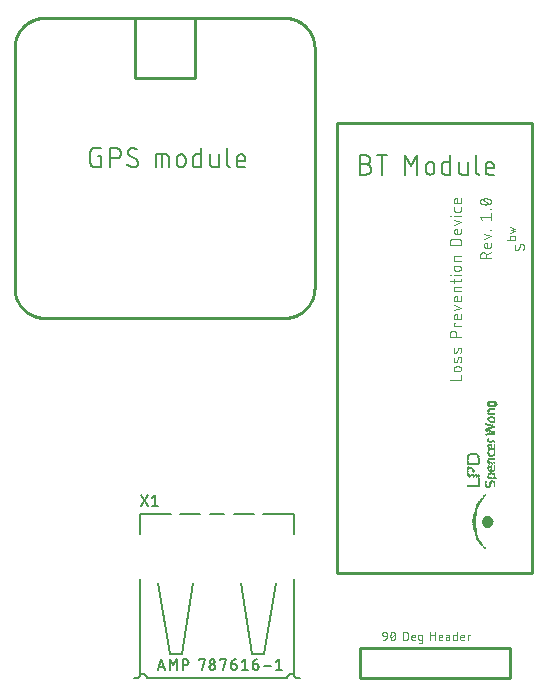
<source format=gbr>
G04 EAGLE Gerber RS-274X export*
G75*
%MOMM*%
%FSLAX34Y34*%
%LPD*%
%INSilkscreen Top*%
%IPPOS*%
%AMOC8*
5,1,8,0,0,1.08239X$1,22.5*%
G01*
%ADD10R,0.076200X0.076200*%
%ADD11R,0.076200X0.381000*%
%ADD12R,0.076200X0.152400*%
%ADD13R,0.076200X0.533400*%
%ADD14R,0.076200X0.228600*%
%ADD15R,0.076200X0.457200*%
%ADD16R,0.076200X0.304800*%
%ADD17R,0.076200X0.685800*%
%ADD18R,0.076200X0.762000*%
%ADD19R,0.076200X0.838200*%
%ADD20R,0.076200X0.990600*%
%ADD21R,0.076200X2.362200*%
%ADD22R,0.076200X1.752600*%
%ADD23R,0.076200X1.295400*%
%ADD24C,0.076200*%
%ADD25C,0.101600*%
%ADD26C,0.050800*%
%ADD27C,0.254000*%
%ADD28C,0.152400*%
%ADD29C,0.203200*%
%ADD30C,0.127000*%


D10*
X441198Y243840D03*
X440436Y181356D03*
D11*
X440436Y244602D03*
D12*
X439674Y181737D03*
D13*
X439674Y244602D03*
D12*
X438912Y176403D03*
D14*
X438912Y182118D03*
D10*
X438912Y189738D03*
X438912Y202692D03*
X438912Y208788D03*
D14*
X438912Y246126D03*
D13*
X438150Y176784D03*
D15*
X438150Y183261D03*
X438150Y190119D03*
D12*
X438150Y194691D03*
D14*
X438150Y198120D03*
D15*
X438150Y203073D03*
X438150Y208407D03*
D14*
X438150Y212598D03*
D16*
X438150Y219837D03*
D14*
X438150Y225552D03*
D15*
X438150Y231267D03*
D14*
X438150Y236220D03*
D12*
X438150Y240411D03*
D13*
X438150Y244602D03*
D10*
X437388Y144780D03*
D14*
X437388Y178308D03*
D12*
X437388Y181737D03*
D14*
X437388Y185166D03*
X437388Y188214D03*
D10*
X437388Y194310D03*
D14*
X437388Y198120D03*
X437388Y201168D03*
D12*
X437388Y206883D03*
X437388Y212979D03*
D16*
X437388Y219837D03*
D14*
X437388Y225552D03*
D12*
X437388Y229743D03*
D14*
X437388Y233172D03*
X437388Y236220D03*
X437388Y240030D03*
X437388Y243078D03*
D12*
X437388Y246507D03*
D15*
X436626Y144399D03*
D14*
X436626Y179070D03*
D10*
X436626Y181356D03*
D12*
X436626Y185547D03*
X436626Y187833D03*
X436626Y193929D03*
D14*
X436626Y198120D03*
D12*
X436626Y200787D03*
X436626Y206121D03*
X436626Y212979D03*
D16*
X436626Y219837D03*
X436626Y225933D03*
D14*
X436626Y229362D03*
D12*
X436626Y233553D03*
X436626Y235839D03*
X436626Y240411D03*
X436626Y242697D03*
X436626Y246507D03*
D17*
X435864Y144780D03*
D16*
X435864Y178689D03*
D12*
X435864Y181737D03*
D18*
X435864Y188595D03*
D12*
X435864Y194691D03*
D14*
X435864Y198120D03*
D12*
X435864Y200787D03*
D13*
X435864Y208026D03*
D14*
X435864Y212598D03*
D11*
X435864Y220218D03*
X435864Y225552D03*
D14*
X435864Y229362D03*
D12*
X435864Y233553D03*
D14*
X435864Y236220D03*
X435864Y240030D03*
D12*
X435864Y242697D03*
X435864Y246507D03*
D19*
X435102Y144780D03*
D13*
X435102Y176784D03*
D12*
X435102Y181737D03*
D15*
X435102Y187071D03*
D14*
X435102Y191262D03*
D10*
X435102Y194310D03*
D14*
X435102Y198120D03*
D12*
X435102Y200787D03*
D14*
X435102Y206502D03*
X435102Y209550D03*
X435102Y212598D03*
D12*
X435102Y219075D03*
X435102Y221361D03*
X435102Y224409D03*
X435102Y226695D03*
D14*
X435102Y229362D03*
D12*
X435102Y233553D03*
D14*
X435102Y236220D03*
D12*
X435102Y240411D03*
X435102Y242697D03*
X435102Y246507D03*
D20*
X434340Y144780D03*
D13*
X434340Y176022D03*
D14*
X434340Y182118D03*
X434340Y185166D03*
X434340Y188214D03*
X434340Y191262D03*
D16*
X434340Y194691D03*
D14*
X434340Y198120D03*
D16*
X434340Y201549D03*
X434340Y206883D03*
D12*
X434340Y209931D03*
D14*
X434340Y212598D03*
D12*
X434340Y219075D03*
D15*
X434340Y222885D03*
D14*
X434340Y227076D03*
X434340Y230124D03*
X434340Y233172D03*
X434340Y236220D03*
D16*
X434340Y239649D03*
X434340Y243459D03*
D12*
X434340Y246507D03*
D20*
X433578Y144780D03*
D12*
X433578Y174117D03*
D15*
X433578Y183261D03*
X433578Y190119D03*
X433578Y196215D03*
X433578Y203073D03*
X433578Y208407D03*
D16*
X433578Y213741D03*
D12*
X433578Y219075D03*
D11*
X433578Y223266D03*
D14*
X433578Y227076D03*
D11*
X433578Y231648D03*
D13*
X433578Y237744D03*
D15*
X433578Y244983D03*
D20*
X432816Y144780D03*
D12*
X432816Y174117D03*
D14*
X432816Y182880D03*
D12*
X432816Y190119D03*
D10*
X432816Y194310D03*
D14*
X432816Y196596D03*
X432816Y203454D03*
X432816Y208788D03*
D10*
X432816Y212598D03*
D12*
X432816Y214503D03*
X432816Y219075D03*
D16*
X432816Y222885D03*
D14*
X432816Y227076D03*
D12*
X432816Y232029D03*
D10*
X432816Y236220D03*
D14*
X432816Y238506D03*
D16*
X432816Y244983D03*
D20*
X432054Y144780D03*
D16*
X432054Y174879D03*
D14*
X432054Y178308D03*
D12*
X432054Y218313D03*
D16*
X432054Y222885D03*
D12*
X432054Y227457D03*
D20*
X431292Y144780D03*
D13*
X431292Y176784D03*
D10*
X431292Y218694D03*
D12*
X431292Y222885D03*
X431292Y227457D03*
X430530Y122301D03*
D20*
X430530Y144780D03*
D12*
X430530Y167259D03*
D11*
X430530Y176784D03*
D10*
X430530Y218694D03*
X430530Y222504D03*
X430530Y227838D03*
D12*
X429768Y123063D03*
D19*
X429768Y144780D03*
D12*
X429768Y166497D03*
D14*
X429006Y123444D03*
D17*
X429006Y144780D03*
D16*
X429006Y165735D03*
D14*
X428244Y124968D03*
D11*
X428244Y144780D03*
D14*
X428244Y164592D03*
D11*
X427482Y125730D03*
X427482Y163068D03*
D16*
X426720Y126873D03*
D11*
X426720Y162306D03*
X425958Y128016D03*
D16*
X425958Y161163D03*
D18*
X425958Y177927D03*
D12*
X425958Y184023D03*
D15*
X425958Y196215D03*
D10*
X425958Y199644D03*
D11*
X425196Y129540D03*
D15*
X425196Y159639D03*
D18*
X425196Y177927D03*
D16*
X425196Y184023D03*
D19*
X425196Y197358D03*
D15*
X424434Y131445D03*
X424434Y158115D03*
D12*
X424434Y174879D03*
X424434Y184023D03*
X424434Y193929D03*
D16*
X424434Y200787D03*
D18*
X423672Y132969D03*
D17*
X423672Y156210D03*
D12*
X423672Y174879D03*
D16*
X423672Y184023D03*
D12*
X423672Y193929D03*
D14*
X423672Y201930D03*
D18*
X422910Y135255D03*
X422910Y153543D03*
D12*
X422910Y174879D03*
D14*
X422910Y184404D03*
D12*
X422910Y193929D03*
D14*
X422910Y201930D03*
D21*
X422148Y144780D03*
D12*
X422148Y174879D03*
D14*
X422148Y184404D03*
D12*
X422148Y193929D03*
D14*
X422148Y201930D03*
D22*
X421386Y144780D03*
D12*
X421386Y174879D03*
X421386Y184023D03*
X421386Y187833D03*
X421386Y193929D03*
X421386Y202311D03*
D23*
X420624Y144780D03*
D12*
X420624Y174879D03*
D16*
X420624Y184023D03*
X420624Y187833D03*
D12*
X420624Y193929D03*
D14*
X420624Y201930D03*
D10*
X419862Y142494D03*
D16*
X419862Y145161D03*
D12*
X419862Y174879D03*
D14*
X419862Y184404D03*
D11*
X419862Y188976D03*
D12*
X419862Y193929D03*
D14*
X419862Y201930D03*
D12*
X419100Y174879D03*
D14*
X419100Y184404D03*
D12*
X419100Y190119D03*
X419100Y193929D03*
X419100Y202311D03*
X418338Y174879D03*
X418338Y184023D03*
D14*
X418338Y190500D03*
D12*
X418338Y193929D03*
D14*
X418338Y201930D03*
D12*
X417576Y174879D03*
D16*
X417576Y184023D03*
D14*
X417576Y190500D03*
D12*
X417576Y193929D03*
X417576Y201549D03*
X416814Y174879D03*
D16*
X416814Y184785D03*
D10*
X416814Y187452D03*
D16*
X416814Y190119D03*
D11*
X416814Y195072D03*
D15*
X416814Y200025D03*
D12*
X416052Y174879D03*
D18*
X416052Y187071D03*
D19*
X416052Y197358D03*
D12*
X415290Y174879D03*
D17*
X415290Y186690D03*
X415290Y196596D03*
D24*
X425831Y367835D02*
X435229Y367835D01*
X425831Y367835D02*
X425831Y370446D01*
X425833Y370547D01*
X425839Y370648D01*
X425849Y370749D01*
X425862Y370849D01*
X425880Y370949D01*
X425901Y371048D01*
X425927Y371146D01*
X425956Y371243D01*
X425988Y371339D01*
X426025Y371433D01*
X426065Y371526D01*
X426109Y371618D01*
X426156Y371707D01*
X426207Y371795D01*
X426261Y371881D01*
X426318Y371964D01*
X426378Y372046D01*
X426442Y372124D01*
X426508Y372201D01*
X426578Y372274D01*
X426650Y372345D01*
X426725Y372413D01*
X426803Y372478D01*
X426883Y372540D01*
X426965Y372599D01*
X427050Y372655D01*
X427137Y372707D01*
X427225Y372756D01*
X427316Y372802D01*
X427408Y372843D01*
X427502Y372882D01*
X427597Y372916D01*
X427693Y372947D01*
X427791Y372974D01*
X427889Y372998D01*
X427989Y373017D01*
X428089Y373033D01*
X428189Y373045D01*
X428290Y373053D01*
X428391Y373057D01*
X428493Y373057D01*
X428594Y373053D01*
X428695Y373045D01*
X428795Y373033D01*
X428895Y373017D01*
X428995Y372998D01*
X429093Y372974D01*
X429191Y372947D01*
X429287Y372916D01*
X429382Y372882D01*
X429476Y372843D01*
X429568Y372802D01*
X429659Y372756D01*
X429748Y372707D01*
X429834Y372655D01*
X429919Y372599D01*
X430001Y372540D01*
X430081Y372478D01*
X430159Y372413D01*
X430234Y372345D01*
X430306Y372274D01*
X430376Y372201D01*
X430442Y372124D01*
X430506Y372046D01*
X430566Y371964D01*
X430623Y371881D01*
X430677Y371795D01*
X430728Y371707D01*
X430775Y371618D01*
X430819Y371526D01*
X430859Y371433D01*
X430896Y371339D01*
X430928Y371243D01*
X430957Y371146D01*
X430983Y371048D01*
X431004Y370949D01*
X431022Y370849D01*
X431035Y370749D01*
X431045Y370648D01*
X431051Y370547D01*
X431053Y370446D01*
X431052Y370446D02*
X431052Y367835D01*
X431052Y370968D02*
X435229Y373056D01*
X435229Y378401D02*
X435229Y381012D01*
X435229Y378401D02*
X435227Y378324D01*
X435221Y378248D01*
X435212Y378171D01*
X435199Y378095D01*
X435182Y378020D01*
X435162Y377946D01*
X435137Y377873D01*
X435110Y377802D01*
X435079Y377731D01*
X435044Y377663D01*
X435006Y377596D01*
X434965Y377531D01*
X434921Y377468D01*
X434874Y377408D01*
X434823Y377349D01*
X434770Y377294D01*
X434715Y377241D01*
X434656Y377190D01*
X434596Y377143D01*
X434533Y377099D01*
X434468Y377058D01*
X434401Y377020D01*
X434333Y376985D01*
X434262Y376954D01*
X434191Y376927D01*
X434118Y376902D01*
X434044Y376882D01*
X433969Y376865D01*
X433893Y376852D01*
X433816Y376843D01*
X433740Y376837D01*
X433663Y376835D01*
X431052Y376835D01*
X430962Y376837D01*
X430873Y376843D01*
X430783Y376852D01*
X430694Y376866D01*
X430606Y376883D01*
X430519Y376904D01*
X430432Y376929D01*
X430347Y376958D01*
X430263Y376990D01*
X430181Y377025D01*
X430100Y377065D01*
X430021Y377107D01*
X429944Y377153D01*
X429869Y377203D01*
X429796Y377255D01*
X429725Y377311D01*
X429657Y377369D01*
X429592Y377431D01*
X429529Y377495D01*
X429469Y377562D01*
X429412Y377631D01*
X429358Y377703D01*
X429307Y377777D01*
X429259Y377853D01*
X429215Y377931D01*
X429174Y378011D01*
X429136Y378093D01*
X429102Y378176D01*
X429072Y378261D01*
X429045Y378347D01*
X429022Y378433D01*
X429003Y378521D01*
X428988Y378610D01*
X428976Y378699D01*
X428968Y378788D01*
X428964Y378878D01*
X428964Y378968D01*
X428968Y379058D01*
X428976Y379147D01*
X428988Y379236D01*
X429003Y379325D01*
X429022Y379413D01*
X429045Y379499D01*
X429072Y379585D01*
X429102Y379670D01*
X429136Y379753D01*
X429174Y379835D01*
X429215Y379915D01*
X429259Y379993D01*
X429307Y380069D01*
X429358Y380143D01*
X429412Y380215D01*
X429469Y380284D01*
X429529Y380351D01*
X429592Y380415D01*
X429657Y380477D01*
X429725Y380535D01*
X429796Y380591D01*
X429869Y380643D01*
X429944Y380693D01*
X430021Y380739D01*
X430100Y380781D01*
X430181Y380821D01*
X430263Y380856D01*
X430347Y380888D01*
X430432Y380917D01*
X430519Y380942D01*
X430606Y380963D01*
X430694Y380980D01*
X430783Y380994D01*
X430873Y381003D01*
X430962Y381009D01*
X431052Y381011D01*
X431052Y381012D02*
X432096Y381012D01*
X432096Y376835D01*
X428964Y384455D02*
X435229Y386543D01*
X428964Y388631D01*
X434707Y391768D02*
X435229Y391768D01*
X434707Y391768D02*
X434707Y392290D01*
X435229Y392290D01*
X435229Y391768D01*
X427919Y400696D02*
X425831Y403307D01*
X435229Y403307D01*
X435229Y405917D02*
X435229Y400696D01*
X435229Y409447D02*
X434707Y409447D01*
X434707Y409969D01*
X435229Y409969D01*
X435229Y409447D01*
X430530Y413498D02*
X430345Y413500D01*
X430160Y413507D01*
X429976Y413518D01*
X429792Y413533D01*
X429608Y413553D01*
X429424Y413577D01*
X429242Y413606D01*
X429060Y413639D01*
X428879Y413676D01*
X428699Y413718D01*
X428519Y413764D01*
X428341Y413814D01*
X428165Y413868D01*
X427989Y413927D01*
X427815Y413989D01*
X427643Y414056D01*
X427472Y414127D01*
X427303Y414202D01*
X427136Y414281D01*
X427136Y414280D02*
X427056Y414310D01*
X426977Y414343D01*
X426900Y414380D01*
X426824Y414420D01*
X426750Y414463D01*
X426678Y414509D01*
X426609Y414559D01*
X426541Y414611D01*
X426476Y414667D01*
X426413Y414725D01*
X426354Y414787D01*
X426296Y414850D01*
X426242Y414917D01*
X426191Y414985D01*
X426143Y415056D01*
X426098Y415129D01*
X426056Y415203D01*
X426018Y415280D01*
X425983Y415358D01*
X425951Y415437D01*
X425923Y415518D01*
X425899Y415600D01*
X425878Y415684D01*
X425861Y415767D01*
X425848Y415852D01*
X425839Y415937D01*
X425833Y416022D01*
X425831Y416108D01*
X425833Y416194D01*
X425839Y416279D01*
X425848Y416364D01*
X425861Y416449D01*
X425878Y416532D01*
X425899Y416616D01*
X425923Y416698D01*
X425951Y416779D01*
X425983Y416858D01*
X426018Y416936D01*
X426056Y417013D01*
X426098Y417087D01*
X426143Y417160D01*
X426191Y417231D01*
X426242Y417299D01*
X426296Y417366D01*
X426354Y417429D01*
X426413Y417491D01*
X426476Y417549D01*
X426541Y417605D01*
X426609Y417657D01*
X426678Y417707D01*
X426750Y417753D01*
X426824Y417796D01*
X426900Y417836D01*
X426977Y417873D01*
X427056Y417906D01*
X427136Y417936D01*
X427303Y418015D01*
X427472Y418090D01*
X427643Y418161D01*
X427815Y418228D01*
X427989Y418290D01*
X428165Y418349D01*
X428341Y418403D01*
X428519Y418453D01*
X428699Y418499D01*
X428879Y418541D01*
X429060Y418578D01*
X429242Y418611D01*
X429424Y418640D01*
X429608Y418664D01*
X429792Y418684D01*
X429976Y418699D01*
X430160Y418710D01*
X430345Y418717D01*
X430530Y418719D01*
X430530Y413498D02*
X430715Y413500D01*
X430900Y413507D01*
X431084Y413518D01*
X431268Y413533D01*
X431452Y413553D01*
X431636Y413577D01*
X431818Y413606D01*
X432000Y413639D01*
X432181Y413676D01*
X432361Y413718D01*
X432541Y413764D01*
X432719Y413814D01*
X432895Y413868D01*
X433071Y413927D01*
X433245Y413989D01*
X433417Y414056D01*
X433588Y414127D01*
X433757Y414202D01*
X433924Y414281D01*
X433924Y414280D02*
X434004Y414310D01*
X434083Y414343D01*
X434160Y414380D01*
X434236Y414420D01*
X434310Y414463D01*
X434382Y414509D01*
X434451Y414559D01*
X434519Y414612D01*
X434584Y414667D01*
X434647Y414726D01*
X434706Y414787D01*
X434764Y414850D01*
X434818Y414917D01*
X434869Y414985D01*
X434917Y415056D01*
X434962Y415129D01*
X435004Y415203D01*
X435042Y415280D01*
X435077Y415358D01*
X435109Y415437D01*
X435137Y415518D01*
X435161Y415600D01*
X435182Y415684D01*
X435199Y415767D01*
X435212Y415852D01*
X435221Y415937D01*
X435227Y416022D01*
X435229Y416108D01*
X433924Y417936D02*
X433757Y418015D01*
X433588Y418090D01*
X433417Y418161D01*
X433245Y418228D01*
X433071Y418290D01*
X432895Y418349D01*
X432719Y418403D01*
X432541Y418453D01*
X432361Y418499D01*
X432181Y418541D01*
X432000Y418578D01*
X431818Y418611D01*
X431636Y418640D01*
X431452Y418664D01*
X431268Y418684D01*
X431084Y418699D01*
X430900Y418710D01*
X430715Y418717D01*
X430530Y418719D01*
X433924Y417936D02*
X434004Y417906D01*
X434083Y417873D01*
X434160Y417836D01*
X434236Y417796D01*
X434310Y417753D01*
X434382Y417707D01*
X434451Y417657D01*
X434519Y417605D01*
X434584Y417549D01*
X434647Y417491D01*
X434706Y417429D01*
X434764Y417366D01*
X434818Y417299D01*
X434869Y417231D01*
X434917Y417160D01*
X434962Y417087D01*
X435004Y417013D01*
X435042Y416936D01*
X435077Y416858D01*
X435109Y416779D01*
X435137Y416698D01*
X435161Y416616D01*
X435182Y416532D01*
X435199Y416449D01*
X435212Y416364D01*
X435221Y416279D01*
X435227Y416194D01*
X435229Y416108D01*
X433141Y414020D02*
X427919Y418197D01*
X409829Y264686D02*
X400431Y264686D01*
X409829Y264686D02*
X409829Y268863D01*
X407741Y272201D02*
X405652Y272201D01*
X405652Y272202D02*
X405562Y272204D01*
X405473Y272210D01*
X405383Y272219D01*
X405294Y272233D01*
X405206Y272250D01*
X405119Y272271D01*
X405032Y272296D01*
X404947Y272325D01*
X404863Y272357D01*
X404781Y272392D01*
X404700Y272432D01*
X404621Y272474D01*
X404544Y272520D01*
X404469Y272570D01*
X404396Y272622D01*
X404325Y272678D01*
X404257Y272736D01*
X404192Y272798D01*
X404129Y272862D01*
X404069Y272929D01*
X404012Y272998D01*
X403958Y273070D01*
X403907Y273144D01*
X403859Y273220D01*
X403815Y273298D01*
X403774Y273378D01*
X403736Y273460D01*
X403702Y273543D01*
X403672Y273628D01*
X403645Y273714D01*
X403622Y273800D01*
X403603Y273888D01*
X403588Y273977D01*
X403576Y274066D01*
X403568Y274155D01*
X403564Y274245D01*
X403564Y274335D01*
X403568Y274425D01*
X403576Y274514D01*
X403588Y274603D01*
X403603Y274692D01*
X403622Y274780D01*
X403645Y274866D01*
X403672Y274952D01*
X403702Y275037D01*
X403736Y275120D01*
X403774Y275202D01*
X403815Y275282D01*
X403859Y275360D01*
X403907Y275436D01*
X403958Y275510D01*
X404012Y275582D01*
X404069Y275651D01*
X404129Y275718D01*
X404192Y275782D01*
X404257Y275844D01*
X404325Y275902D01*
X404396Y275958D01*
X404469Y276010D01*
X404544Y276060D01*
X404621Y276106D01*
X404700Y276148D01*
X404781Y276188D01*
X404863Y276223D01*
X404947Y276255D01*
X405032Y276284D01*
X405119Y276309D01*
X405206Y276330D01*
X405294Y276347D01*
X405383Y276361D01*
X405473Y276370D01*
X405562Y276376D01*
X405652Y276378D01*
X407741Y276378D01*
X407831Y276376D01*
X407920Y276370D01*
X408010Y276361D01*
X408099Y276347D01*
X408187Y276330D01*
X408274Y276309D01*
X408361Y276284D01*
X408446Y276255D01*
X408530Y276223D01*
X408612Y276188D01*
X408693Y276148D01*
X408772Y276106D01*
X408849Y276060D01*
X408924Y276010D01*
X408997Y275958D01*
X409068Y275902D01*
X409136Y275844D01*
X409201Y275782D01*
X409264Y275718D01*
X409324Y275651D01*
X409381Y275582D01*
X409435Y275510D01*
X409486Y275436D01*
X409534Y275360D01*
X409578Y275282D01*
X409619Y275202D01*
X409657Y275120D01*
X409691Y275037D01*
X409721Y274952D01*
X409748Y274866D01*
X409771Y274780D01*
X409790Y274692D01*
X409805Y274603D01*
X409817Y274514D01*
X409825Y274425D01*
X409829Y274335D01*
X409829Y274245D01*
X409825Y274155D01*
X409817Y274066D01*
X409805Y273977D01*
X409790Y273888D01*
X409771Y273800D01*
X409748Y273714D01*
X409721Y273628D01*
X409691Y273543D01*
X409657Y273460D01*
X409619Y273378D01*
X409578Y273298D01*
X409534Y273220D01*
X409486Y273144D01*
X409435Y273070D01*
X409381Y272998D01*
X409324Y272929D01*
X409264Y272862D01*
X409201Y272798D01*
X409136Y272736D01*
X409068Y272678D01*
X408997Y272622D01*
X408924Y272570D01*
X408849Y272520D01*
X408772Y272474D01*
X408693Y272432D01*
X408612Y272392D01*
X408530Y272357D01*
X408446Y272325D01*
X408361Y272296D01*
X408274Y272271D01*
X408187Y272250D01*
X408099Y272233D01*
X408010Y272219D01*
X407920Y272210D01*
X407831Y272204D01*
X407741Y272202D01*
X406174Y280909D02*
X407218Y283520D01*
X406174Y280909D02*
X406146Y280843D01*
X406113Y280778D01*
X406078Y280715D01*
X406039Y280654D01*
X405997Y280595D01*
X405952Y280539D01*
X405904Y280485D01*
X405853Y280434D01*
X405800Y280385D01*
X405743Y280340D01*
X405685Y280297D01*
X405625Y280258D01*
X405562Y280221D01*
X405497Y280189D01*
X405431Y280160D01*
X405364Y280134D01*
X405295Y280112D01*
X405225Y280094D01*
X405154Y280079D01*
X405083Y280068D01*
X405011Y280061D01*
X404939Y280058D01*
X404867Y280059D01*
X404794Y280064D01*
X404723Y280072D01*
X404651Y280084D01*
X404581Y280100D01*
X404512Y280120D01*
X404443Y280144D01*
X404376Y280171D01*
X404311Y280201D01*
X404247Y280235D01*
X404185Y280273D01*
X404125Y280313D01*
X404068Y280357D01*
X404013Y280404D01*
X403960Y280454D01*
X403911Y280506D01*
X403864Y280561D01*
X403820Y280618D01*
X403779Y280678D01*
X403742Y280740D01*
X403707Y280804D01*
X403677Y280869D01*
X403649Y280936D01*
X403626Y281004D01*
X403606Y281074D01*
X403590Y281144D01*
X403577Y281215D01*
X403569Y281287D01*
X403564Y281359D01*
X403563Y281431D01*
X403564Y281432D02*
X403568Y281583D01*
X403576Y281734D01*
X403587Y281885D01*
X403603Y282036D01*
X403623Y282186D01*
X403646Y282336D01*
X403673Y282485D01*
X403704Y282633D01*
X403739Y282781D01*
X403777Y282927D01*
X403820Y283073D01*
X403866Y283217D01*
X403915Y283360D01*
X403968Y283502D01*
X404025Y283642D01*
X404086Y283781D01*
X407218Y283520D02*
X407246Y283586D01*
X407279Y283651D01*
X407314Y283714D01*
X407353Y283775D01*
X407395Y283834D01*
X407440Y283890D01*
X407488Y283944D01*
X407539Y283995D01*
X407592Y284044D01*
X407649Y284090D01*
X407707Y284132D01*
X407767Y284171D01*
X407830Y284208D01*
X407895Y284240D01*
X407961Y284269D01*
X408028Y284295D01*
X408097Y284317D01*
X408167Y284335D01*
X408238Y284350D01*
X408309Y284361D01*
X408381Y284368D01*
X408453Y284371D01*
X408525Y284370D01*
X408598Y284365D01*
X408669Y284357D01*
X408741Y284345D01*
X408811Y284329D01*
X408880Y284309D01*
X408949Y284285D01*
X409016Y284258D01*
X409081Y284228D01*
X409145Y284194D01*
X409207Y284156D01*
X409267Y284116D01*
X409324Y284072D01*
X409379Y284025D01*
X409432Y283975D01*
X409481Y283923D01*
X409528Y283868D01*
X409572Y283811D01*
X409613Y283751D01*
X409650Y283689D01*
X409685Y283625D01*
X409715Y283560D01*
X409743Y283493D01*
X409766Y283425D01*
X409786Y283355D01*
X409802Y283285D01*
X409815Y283214D01*
X409823Y283142D01*
X409828Y283070D01*
X409829Y282998D01*
X409824Y282788D01*
X409813Y282579D01*
X409798Y282370D01*
X409778Y282162D01*
X409752Y281954D01*
X409722Y281747D01*
X409687Y281540D01*
X409647Y281335D01*
X409603Y281130D01*
X409553Y280927D01*
X409499Y280724D01*
X409439Y280523D01*
X409376Y280324D01*
X409307Y280126D01*
X406174Y288834D02*
X407218Y291445D01*
X406174Y288834D02*
X406146Y288768D01*
X406113Y288703D01*
X406078Y288640D01*
X406039Y288579D01*
X405997Y288520D01*
X405952Y288464D01*
X405904Y288410D01*
X405853Y288359D01*
X405800Y288310D01*
X405743Y288265D01*
X405685Y288222D01*
X405625Y288183D01*
X405562Y288146D01*
X405497Y288114D01*
X405431Y288085D01*
X405364Y288059D01*
X405295Y288037D01*
X405225Y288019D01*
X405154Y288004D01*
X405083Y287993D01*
X405011Y287986D01*
X404939Y287983D01*
X404867Y287984D01*
X404794Y287989D01*
X404723Y287997D01*
X404651Y288009D01*
X404581Y288025D01*
X404512Y288045D01*
X404443Y288069D01*
X404376Y288096D01*
X404311Y288126D01*
X404247Y288160D01*
X404185Y288198D01*
X404125Y288238D01*
X404068Y288282D01*
X404013Y288329D01*
X403960Y288379D01*
X403911Y288431D01*
X403864Y288486D01*
X403820Y288543D01*
X403779Y288603D01*
X403742Y288665D01*
X403707Y288729D01*
X403677Y288794D01*
X403649Y288861D01*
X403626Y288929D01*
X403606Y288999D01*
X403590Y289069D01*
X403577Y289140D01*
X403569Y289212D01*
X403564Y289284D01*
X403563Y289356D01*
X403564Y289356D02*
X403568Y289507D01*
X403576Y289658D01*
X403587Y289809D01*
X403603Y289960D01*
X403623Y290110D01*
X403646Y290260D01*
X403673Y290409D01*
X403704Y290557D01*
X403739Y290705D01*
X403777Y290851D01*
X403820Y290997D01*
X403866Y291141D01*
X403915Y291284D01*
X403968Y291426D01*
X404025Y291566D01*
X404086Y291705D01*
X407218Y291445D02*
X407246Y291511D01*
X407279Y291576D01*
X407314Y291639D01*
X407353Y291700D01*
X407395Y291759D01*
X407440Y291815D01*
X407488Y291869D01*
X407539Y291920D01*
X407592Y291969D01*
X407649Y292015D01*
X407707Y292057D01*
X407767Y292096D01*
X407830Y292133D01*
X407895Y292165D01*
X407961Y292194D01*
X408028Y292220D01*
X408097Y292242D01*
X408167Y292260D01*
X408238Y292275D01*
X408309Y292286D01*
X408381Y292293D01*
X408453Y292296D01*
X408525Y292295D01*
X408598Y292290D01*
X408669Y292282D01*
X408741Y292270D01*
X408811Y292254D01*
X408880Y292234D01*
X408949Y292210D01*
X409016Y292183D01*
X409081Y292153D01*
X409145Y292119D01*
X409207Y292081D01*
X409267Y292041D01*
X409324Y291997D01*
X409379Y291950D01*
X409432Y291900D01*
X409481Y291848D01*
X409528Y291793D01*
X409572Y291736D01*
X409613Y291676D01*
X409650Y291614D01*
X409685Y291550D01*
X409715Y291485D01*
X409743Y291418D01*
X409766Y291350D01*
X409786Y291280D01*
X409802Y291210D01*
X409815Y291139D01*
X409823Y291067D01*
X409828Y290995D01*
X409829Y290923D01*
X409824Y290713D01*
X409813Y290504D01*
X409798Y290295D01*
X409778Y290087D01*
X409752Y289879D01*
X409722Y289672D01*
X409687Y289465D01*
X409647Y289260D01*
X409603Y289055D01*
X409553Y288852D01*
X409499Y288649D01*
X409439Y288448D01*
X409376Y288249D01*
X409307Y288051D01*
X409829Y301376D02*
X400431Y301376D01*
X400431Y303986D01*
X400433Y304087D01*
X400439Y304188D01*
X400449Y304289D01*
X400462Y304389D01*
X400480Y304489D01*
X400501Y304588D01*
X400527Y304686D01*
X400556Y304783D01*
X400588Y304879D01*
X400625Y304973D01*
X400665Y305066D01*
X400709Y305158D01*
X400756Y305247D01*
X400807Y305335D01*
X400861Y305421D01*
X400918Y305504D01*
X400978Y305586D01*
X401042Y305664D01*
X401108Y305741D01*
X401178Y305814D01*
X401250Y305885D01*
X401325Y305953D01*
X401403Y306018D01*
X401483Y306080D01*
X401565Y306139D01*
X401650Y306195D01*
X401737Y306247D01*
X401825Y306296D01*
X401916Y306342D01*
X402008Y306383D01*
X402102Y306422D01*
X402197Y306456D01*
X402293Y306487D01*
X402391Y306514D01*
X402489Y306538D01*
X402589Y306557D01*
X402689Y306573D01*
X402789Y306585D01*
X402890Y306593D01*
X402991Y306597D01*
X403093Y306597D01*
X403194Y306593D01*
X403295Y306585D01*
X403395Y306573D01*
X403495Y306557D01*
X403595Y306538D01*
X403693Y306514D01*
X403791Y306487D01*
X403887Y306456D01*
X403982Y306422D01*
X404076Y306383D01*
X404168Y306342D01*
X404259Y306296D01*
X404348Y306247D01*
X404434Y306195D01*
X404519Y306139D01*
X404601Y306080D01*
X404681Y306018D01*
X404759Y305953D01*
X404834Y305885D01*
X404906Y305814D01*
X404976Y305741D01*
X405042Y305664D01*
X405106Y305586D01*
X405166Y305504D01*
X405223Y305421D01*
X405277Y305335D01*
X405328Y305247D01*
X405375Y305158D01*
X405419Y305066D01*
X405459Y304973D01*
X405496Y304879D01*
X405528Y304783D01*
X405557Y304686D01*
X405583Y304588D01*
X405604Y304489D01*
X405622Y304389D01*
X405635Y304289D01*
X405645Y304188D01*
X405651Y304087D01*
X405653Y303986D01*
X405652Y303986D02*
X405652Y301376D01*
X403564Y310353D02*
X409829Y310353D01*
X403564Y310353D02*
X403564Y313485D01*
X404608Y313485D01*
X409829Y317963D02*
X409829Y320574D01*
X409829Y317963D02*
X409827Y317886D01*
X409821Y317810D01*
X409812Y317733D01*
X409799Y317657D01*
X409782Y317582D01*
X409762Y317508D01*
X409737Y317435D01*
X409710Y317364D01*
X409679Y317293D01*
X409644Y317225D01*
X409606Y317158D01*
X409565Y317093D01*
X409521Y317030D01*
X409474Y316970D01*
X409423Y316911D01*
X409370Y316856D01*
X409315Y316803D01*
X409256Y316752D01*
X409196Y316705D01*
X409133Y316661D01*
X409068Y316620D01*
X409001Y316582D01*
X408933Y316547D01*
X408862Y316516D01*
X408791Y316489D01*
X408718Y316464D01*
X408644Y316444D01*
X408569Y316427D01*
X408493Y316414D01*
X408416Y316405D01*
X408340Y316399D01*
X408263Y316397D01*
X405652Y316397D01*
X405652Y316398D02*
X405562Y316400D01*
X405473Y316406D01*
X405383Y316415D01*
X405294Y316429D01*
X405206Y316446D01*
X405119Y316467D01*
X405032Y316492D01*
X404947Y316521D01*
X404863Y316553D01*
X404781Y316588D01*
X404700Y316628D01*
X404621Y316670D01*
X404544Y316716D01*
X404469Y316766D01*
X404396Y316818D01*
X404325Y316874D01*
X404257Y316932D01*
X404192Y316994D01*
X404129Y317058D01*
X404069Y317125D01*
X404012Y317194D01*
X403958Y317266D01*
X403907Y317340D01*
X403859Y317416D01*
X403815Y317494D01*
X403774Y317574D01*
X403736Y317656D01*
X403702Y317739D01*
X403672Y317824D01*
X403645Y317910D01*
X403622Y317996D01*
X403603Y318084D01*
X403588Y318173D01*
X403576Y318262D01*
X403568Y318351D01*
X403564Y318441D01*
X403564Y318531D01*
X403568Y318621D01*
X403576Y318710D01*
X403588Y318799D01*
X403603Y318888D01*
X403622Y318976D01*
X403645Y319062D01*
X403672Y319148D01*
X403702Y319233D01*
X403736Y319316D01*
X403774Y319398D01*
X403815Y319478D01*
X403859Y319556D01*
X403907Y319632D01*
X403958Y319706D01*
X404012Y319778D01*
X404069Y319847D01*
X404129Y319914D01*
X404192Y319978D01*
X404257Y320040D01*
X404325Y320098D01*
X404396Y320154D01*
X404469Y320206D01*
X404544Y320256D01*
X404621Y320302D01*
X404700Y320344D01*
X404781Y320384D01*
X404863Y320419D01*
X404947Y320451D01*
X405032Y320480D01*
X405119Y320505D01*
X405206Y320526D01*
X405294Y320543D01*
X405383Y320557D01*
X405473Y320566D01*
X405562Y320572D01*
X405652Y320574D01*
X406696Y320574D01*
X406696Y316397D01*
X403564Y324017D02*
X409829Y326105D01*
X403564Y328194D01*
X409829Y333203D02*
X409829Y335814D01*
X409829Y333203D02*
X409827Y333126D01*
X409821Y333050D01*
X409812Y332973D01*
X409799Y332897D01*
X409782Y332822D01*
X409762Y332748D01*
X409737Y332675D01*
X409710Y332604D01*
X409679Y332533D01*
X409644Y332465D01*
X409606Y332398D01*
X409565Y332333D01*
X409521Y332270D01*
X409474Y332210D01*
X409423Y332151D01*
X409370Y332096D01*
X409315Y332043D01*
X409256Y331992D01*
X409196Y331945D01*
X409133Y331901D01*
X409068Y331860D01*
X409001Y331822D01*
X408933Y331787D01*
X408862Y331756D01*
X408791Y331729D01*
X408718Y331704D01*
X408644Y331684D01*
X408569Y331667D01*
X408493Y331654D01*
X408416Y331645D01*
X408340Y331639D01*
X408263Y331637D01*
X405652Y331637D01*
X405562Y331639D01*
X405473Y331645D01*
X405383Y331654D01*
X405294Y331668D01*
X405206Y331685D01*
X405119Y331706D01*
X405032Y331731D01*
X404947Y331760D01*
X404863Y331792D01*
X404781Y331827D01*
X404700Y331867D01*
X404621Y331909D01*
X404544Y331955D01*
X404469Y332005D01*
X404396Y332057D01*
X404325Y332113D01*
X404257Y332171D01*
X404192Y332233D01*
X404129Y332297D01*
X404069Y332364D01*
X404012Y332433D01*
X403958Y332505D01*
X403907Y332579D01*
X403859Y332655D01*
X403815Y332733D01*
X403774Y332813D01*
X403736Y332895D01*
X403702Y332978D01*
X403672Y333063D01*
X403645Y333149D01*
X403622Y333235D01*
X403603Y333323D01*
X403588Y333412D01*
X403576Y333501D01*
X403568Y333590D01*
X403564Y333680D01*
X403564Y333770D01*
X403568Y333860D01*
X403576Y333949D01*
X403588Y334038D01*
X403603Y334127D01*
X403622Y334215D01*
X403645Y334301D01*
X403672Y334387D01*
X403702Y334472D01*
X403736Y334555D01*
X403774Y334637D01*
X403815Y334717D01*
X403859Y334795D01*
X403907Y334871D01*
X403958Y334945D01*
X404012Y335017D01*
X404069Y335086D01*
X404129Y335153D01*
X404192Y335217D01*
X404257Y335279D01*
X404325Y335337D01*
X404396Y335393D01*
X404469Y335445D01*
X404544Y335495D01*
X404621Y335541D01*
X404700Y335583D01*
X404781Y335623D01*
X404863Y335658D01*
X404947Y335690D01*
X405032Y335719D01*
X405119Y335744D01*
X405206Y335765D01*
X405294Y335782D01*
X405383Y335796D01*
X405473Y335805D01*
X405562Y335811D01*
X405652Y335813D01*
X405652Y335814D02*
X406696Y335814D01*
X406696Y331637D01*
X403564Y339867D02*
X409829Y339867D01*
X403564Y339867D02*
X403564Y342477D01*
X403566Y342554D01*
X403572Y342630D01*
X403581Y342707D01*
X403594Y342783D01*
X403611Y342858D01*
X403631Y342932D01*
X403656Y343005D01*
X403683Y343076D01*
X403714Y343147D01*
X403749Y343215D01*
X403787Y343282D01*
X403828Y343347D01*
X403872Y343410D01*
X403919Y343470D01*
X403970Y343529D01*
X404023Y343584D01*
X404078Y343637D01*
X404137Y343688D01*
X404197Y343735D01*
X404260Y343779D01*
X404325Y343820D01*
X404392Y343858D01*
X404460Y343893D01*
X404531Y343924D01*
X404602Y343951D01*
X404675Y343976D01*
X404749Y343996D01*
X404824Y344013D01*
X404900Y344026D01*
X404976Y344035D01*
X405053Y344041D01*
X405130Y344043D01*
X409829Y344043D01*
X403564Y347327D02*
X403564Y350460D01*
X400431Y348372D02*
X408263Y348372D01*
X408340Y348374D01*
X408416Y348380D01*
X408493Y348389D01*
X408569Y348402D01*
X408644Y348419D01*
X408718Y348439D01*
X408791Y348464D01*
X408862Y348491D01*
X408933Y348522D01*
X409001Y348557D01*
X409068Y348595D01*
X409133Y348636D01*
X409196Y348680D01*
X409256Y348727D01*
X409315Y348778D01*
X409370Y348831D01*
X409423Y348886D01*
X409474Y348945D01*
X409521Y349005D01*
X409565Y349068D01*
X409606Y349133D01*
X409644Y349200D01*
X409679Y349268D01*
X409710Y349339D01*
X409737Y349410D01*
X409762Y349483D01*
X409782Y349557D01*
X409799Y349632D01*
X409812Y349708D01*
X409821Y349785D01*
X409827Y349861D01*
X409829Y349938D01*
X409829Y350460D01*
X409829Y353842D02*
X403564Y353842D01*
X400953Y353581D02*
X400431Y353581D01*
X400431Y354103D01*
X400953Y354103D01*
X400953Y353581D01*
X405652Y357545D02*
X407741Y357545D01*
X405652Y357545D02*
X405562Y357547D01*
X405473Y357553D01*
X405383Y357562D01*
X405294Y357576D01*
X405206Y357593D01*
X405119Y357614D01*
X405032Y357639D01*
X404947Y357668D01*
X404863Y357700D01*
X404781Y357735D01*
X404700Y357775D01*
X404621Y357817D01*
X404544Y357863D01*
X404469Y357913D01*
X404396Y357965D01*
X404325Y358021D01*
X404257Y358079D01*
X404192Y358141D01*
X404129Y358205D01*
X404069Y358272D01*
X404012Y358341D01*
X403958Y358413D01*
X403907Y358487D01*
X403859Y358563D01*
X403815Y358641D01*
X403774Y358721D01*
X403736Y358803D01*
X403702Y358886D01*
X403672Y358971D01*
X403645Y359057D01*
X403622Y359143D01*
X403603Y359231D01*
X403588Y359320D01*
X403576Y359409D01*
X403568Y359498D01*
X403564Y359588D01*
X403564Y359678D01*
X403568Y359768D01*
X403576Y359857D01*
X403588Y359946D01*
X403603Y360035D01*
X403622Y360123D01*
X403645Y360209D01*
X403672Y360295D01*
X403702Y360380D01*
X403736Y360463D01*
X403774Y360545D01*
X403815Y360625D01*
X403859Y360703D01*
X403907Y360779D01*
X403958Y360853D01*
X404012Y360925D01*
X404069Y360994D01*
X404129Y361061D01*
X404192Y361125D01*
X404257Y361187D01*
X404325Y361245D01*
X404396Y361301D01*
X404469Y361353D01*
X404544Y361403D01*
X404621Y361449D01*
X404700Y361491D01*
X404781Y361531D01*
X404863Y361566D01*
X404947Y361598D01*
X405032Y361627D01*
X405119Y361652D01*
X405206Y361673D01*
X405294Y361690D01*
X405383Y361704D01*
X405473Y361713D01*
X405562Y361719D01*
X405652Y361721D01*
X405652Y361722D02*
X407741Y361722D01*
X407741Y361721D02*
X407831Y361719D01*
X407920Y361713D01*
X408010Y361704D01*
X408099Y361690D01*
X408187Y361673D01*
X408274Y361652D01*
X408361Y361627D01*
X408446Y361598D01*
X408530Y361566D01*
X408612Y361531D01*
X408693Y361491D01*
X408772Y361449D01*
X408849Y361403D01*
X408924Y361353D01*
X408997Y361301D01*
X409068Y361245D01*
X409136Y361187D01*
X409201Y361125D01*
X409264Y361061D01*
X409324Y360994D01*
X409381Y360925D01*
X409435Y360853D01*
X409486Y360779D01*
X409534Y360703D01*
X409578Y360625D01*
X409619Y360545D01*
X409657Y360463D01*
X409691Y360380D01*
X409721Y360295D01*
X409748Y360209D01*
X409771Y360123D01*
X409790Y360035D01*
X409805Y359946D01*
X409817Y359857D01*
X409825Y359768D01*
X409829Y359678D01*
X409829Y359588D01*
X409825Y359498D01*
X409817Y359409D01*
X409805Y359320D01*
X409790Y359231D01*
X409771Y359143D01*
X409748Y359057D01*
X409721Y358971D01*
X409691Y358886D01*
X409657Y358803D01*
X409619Y358721D01*
X409578Y358641D01*
X409534Y358563D01*
X409486Y358487D01*
X409435Y358413D01*
X409381Y358341D01*
X409324Y358272D01*
X409264Y358205D01*
X409201Y358141D01*
X409136Y358079D01*
X409068Y358021D01*
X408997Y357965D01*
X408924Y357913D01*
X408849Y357863D01*
X408772Y357817D01*
X408693Y357775D01*
X408612Y357735D01*
X408530Y357700D01*
X408446Y357668D01*
X408361Y357639D01*
X408274Y357614D01*
X408187Y357593D01*
X408099Y357576D01*
X408010Y357562D01*
X407920Y357553D01*
X407831Y357547D01*
X407741Y357545D01*
X409829Y365774D02*
X403564Y365774D01*
X403564Y368385D01*
X403566Y368462D01*
X403572Y368538D01*
X403581Y368615D01*
X403594Y368691D01*
X403611Y368766D01*
X403631Y368840D01*
X403656Y368913D01*
X403683Y368984D01*
X403714Y369055D01*
X403749Y369123D01*
X403787Y369190D01*
X403828Y369255D01*
X403872Y369318D01*
X403919Y369378D01*
X403970Y369437D01*
X404023Y369492D01*
X404078Y369545D01*
X404137Y369596D01*
X404197Y369643D01*
X404260Y369687D01*
X404325Y369728D01*
X404392Y369766D01*
X404460Y369801D01*
X404531Y369832D01*
X404602Y369859D01*
X404675Y369884D01*
X404749Y369904D01*
X404824Y369921D01*
X404900Y369934D01*
X404976Y369943D01*
X405053Y369949D01*
X405130Y369951D01*
X409829Y369951D01*
X409829Y379273D02*
X400431Y379273D01*
X400431Y381884D01*
X400433Y381984D01*
X400439Y382084D01*
X400448Y382183D01*
X400462Y382283D01*
X400479Y382381D01*
X400500Y382479D01*
X400524Y382576D01*
X400553Y382672D01*
X400585Y382767D01*
X400620Y382860D01*
X400659Y382952D01*
X400702Y383043D01*
X400748Y383131D01*
X400798Y383218D01*
X400850Y383303D01*
X400906Y383386D01*
X400965Y383467D01*
X401028Y383545D01*
X401093Y383621D01*
X401161Y383695D01*
X401231Y383765D01*
X401305Y383833D01*
X401381Y383898D01*
X401459Y383961D01*
X401540Y384020D01*
X401623Y384076D01*
X401708Y384128D01*
X401795Y384178D01*
X401883Y384224D01*
X401974Y384267D01*
X402066Y384306D01*
X402159Y384341D01*
X402254Y384373D01*
X402350Y384402D01*
X402447Y384426D01*
X402545Y384447D01*
X402643Y384464D01*
X402743Y384478D01*
X402842Y384487D01*
X402942Y384493D01*
X403042Y384495D01*
X403042Y384494D02*
X407218Y384494D01*
X407218Y384495D02*
X407318Y384493D01*
X407418Y384487D01*
X407517Y384478D01*
X407617Y384464D01*
X407715Y384447D01*
X407813Y384426D01*
X407910Y384402D01*
X408006Y384373D01*
X408101Y384341D01*
X408194Y384306D01*
X408286Y384267D01*
X408377Y384224D01*
X408465Y384178D01*
X408552Y384128D01*
X408637Y384076D01*
X408720Y384020D01*
X408801Y383961D01*
X408879Y383898D01*
X408955Y383833D01*
X409029Y383765D01*
X409099Y383695D01*
X409167Y383621D01*
X409232Y383545D01*
X409295Y383467D01*
X409354Y383386D01*
X409410Y383303D01*
X409462Y383218D01*
X409512Y383131D01*
X409558Y383043D01*
X409601Y382952D01*
X409640Y382860D01*
X409675Y382767D01*
X409707Y382672D01*
X409736Y382576D01*
X409760Y382479D01*
X409781Y382381D01*
X409798Y382283D01*
X409812Y382183D01*
X409821Y382084D01*
X409827Y381984D01*
X409829Y381884D01*
X409829Y379273D01*
X409829Y390201D02*
X409829Y392811D01*
X409829Y390201D02*
X409827Y390124D01*
X409821Y390048D01*
X409812Y389971D01*
X409799Y389895D01*
X409782Y389820D01*
X409762Y389746D01*
X409737Y389673D01*
X409710Y389602D01*
X409679Y389531D01*
X409644Y389463D01*
X409606Y389396D01*
X409565Y389331D01*
X409521Y389268D01*
X409474Y389208D01*
X409423Y389149D01*
X409370Y389094D01*
X409315Y389041D01*
X409256Y388990D01*
X409196Y388943D01*
X409133Y388899D01*
X409068Y388858D01*
X409001Y388820D01*
X408933Y388785D01*
X408862Y388754D01*
X408791Y388727D01*
X408718Y388702D01*
X408644Y388682D01*
X408569Y388665D01*
X408493Y388652D01*
X408416Y388643D01*
X408340Y388637D01*
X408263Y388635D01*
X408263Y388634D02*
X405652Y388634D01*
X405652Y388635D02*
X405562Y388637D01*
X405473Y388643D01*
X405383Y388652D01*
X405294Y388666D01*
X405206Y388683D01*
X405119Y388704D01*
X405032Y388729D01*
X404947Y388758D01*
X404863Y388790D01*
X404781Y388825D01*
X404700Y388865D01*
X404621Y388907D01*
X404544Y388953D01*
X404469Y389003D01*
X404396Y389055D01*
X404325Y389111D01*
X404257Y389169D01*
X404192Y389231D01*
X404129Y389295D01*
X404069Y389362D01*
X404012Y389431D01*
X403958Y389503D01*
X403907Y389577D01*
X403859Y389653D01*
X403815Y389731D01*
X403774Y389811D01*
X403736Y389893D01*
X403702Y389976D01*
X403672Y390061D01*
X403645Y390147D01*
X403622Y390233D01*
X403603Y390321D01*
X403588Y390410D01*
X403576Y390499D01*
X403568Y390588D01*
X403564Y390678D01*
X403564Y390768D01*
X403568Y390858D01*
X403576Y390947D01*
X403588Y391036D01*
X403603Y391125D01*
X403622Y391213D01*
X403645Y391299D01*
X403672Y391385D01*
X403702Y391470D01*
X403736Y391553D01*
X403774Y391635D01*
X403815Y391715D01*
X403859Y391793D01*
X403907Y391869D01*
X403958Y391943D01*
X404012Y392015D01*
X404069Y392084D01*
X404129Y392151D01*
X404192Y392215D01*
X404257Y392277D01*
X404325Y392335D01*
X404396Y392391D01*
X404469Y392443D01*
X404544Y392493D01*
X404621Y392539D01*
X404700Y392581D01*
X404781Y392621D01*
X404863Y392656D01*
X404947Y392688D01*
X405032Y392717D01*
X405119Y392742D01*
X405206Y392763D01*
X405294Y392780D01*
X405383Y392794D01*
X405473Y392803D01*
X405562Y392809D01*
X405652Y392811D01*
X406696Y392811D01*
X406696Y388634D01*
X403564Y396254D02*
X409829Y398343D01*
X403564Y400431D01*
X403564Y403829D02*
X409829Y403829D01*
X400953Y403568D02*
X400431Y403568D01*
X400431Y404090D01*
X400953Y404090D01*
X400953Y403568D01*
X409829Y409108D02*
X409829Y411197D01*
X409829Y409108D02*
X409827Y409031D01*
X409821Y408955D01*
X409812Y408878D01*
X409799Y408802D01*
X409782Y408727D01*
X409762Y408653D01*
X409737Y408580D01*
X409710Y408509D01*
X409679Y408438D01*
X409644Y408370D01*
X409606Y408303D01*
X409565Y408238D01*
X409521Y408175D01*
X409474Y408115D01*
X409423Y408056D01*
X409370Y408001D01*
X409315Y407948D01*
X409256Y407897D01*
X409196Y407850D01*
X409133Y407806D01*
X409068Y407765D01*
X409001Y407727D01*
X408933Y407692D01*
X408862Y407661D01*
X408791Y407634D01*
X408718Y407609D01*
X408644Y407589D01*
X408569Y407572D01*
X408493Y407559D01*
X408416Y407550D01*
X408340Y407544D01*
X408263Y407542D01*
X405130Y407542D01*
X405053Y407544D01*
X404977Y407550D01*
X404900Y407559D01*
X404824Y407572D01*
X404749Y407589D01*
X404675Y407609D01*
X404602Y407634D01*
X404531Y407661D01*
X404460Y407692D01*
X404392Y407727D01*
X404325Y407765D01*
X404260Y407806D01*
X404197Y407850D01*
X404137Y407897D01*
X404078Y407948D01*
X404023Y408001D01*
X403970Y408056D01*
X403919Y408115D01*
X403872Y408175D01*
X403828Y408238D01*
X403787Y408303D01*
X403749Y408370D01*
X403714Y408438D01*
X403683Y408509D01*
X403656Y408580D01*
X403631Y408653D01*
X403611Y408727D01*
X403594Y408802D01*
X403581Y408878D01*
X403572Y408955D01*
X403566Y409031D01*
X403564Y409108D01*
X403564Y411197D01*
X409829Y416108D02*
X409829Y418719D01*
X409829Y416108D02*
X409827Y416031D01*
X409821Y415955D01*
X409812Y415878D01*
X409799Y415802D01*
X409782Y415727D01*
X409762Y415653D01*
X409737Y415580D01*
X409710Y415509D01*
X409679Y415438D01*
X409644Y415370D01*
X409606Y415303D01*
X409565Y415238D01*
X409521Y415175D01*
X409474Y415115D01*
X409423Y415056D01*
X409370Y415001D01*
X409315Y414948D01*
X409256Y414897D01*
X409196Y414850D01*
X409133Y414806D01*
X409068Y414765D01*
X409001Y414727D01*
X408933Y414692D01*
X408862Y414661D01*
X408791Y414634D01*
X408718Y414609D01*
X408644Y414589D01*
X408569Y414572D01*
X408493Y414559D01*
X408416Y414550D01*
X408340Y414544D01*
X408263Y414542D01*
X405652Y414542D01*
X405652Y414543D02*
X405562Y414545D01*
X405473Y414551D01*
X405383Y414560D01*
X405294Y414574D01*
X405206Y414591D01*
X405119Y414612D01*
X405032Y414637D01*
X404947Y414666D01*
X404863Y414698D01*
X404781Y414733D01*
X404700Y414773D01*
X404621Y414815D01*
X404544Y414861D01*
X404469Y414911D01*
X404396Y414963D01*
X404325Y415019D01*
X404257Y415077D01*
X404192Y415139D01*
X404129Y415203D01*
X404069Y415270D01*
X404012Y415339D01*
X403958Y415411D01*
X403907Y415485D01*
X403859Y415561D01*
X403815Y415639D01*
X403774Y415719D01*
X403736Y415801D01*
X403702Y415884D01*
X403672Y415969D01*
X403645Y416055D01*
X403622Y416141D01*
X403603Y416229D01*
X403588Y416318D01*
X403576Y416407D01*
X403568Y416496D01*
X403564Y416586D01*
X403564Y416676D01*
X403568Y416766D01*
X403576Y416855D01*
X403588Y416944D01*
X403603Y417033D01*
X403622Y417121D01*
X403645Y417207D01*
X403672Y417293D01*
X403702Y417378D01*
X403736Y417461D01*
X403774Y417543D01*
X403815Y417623D01*
X403859Y417701D01*
X403907Y417777D01*
X403958Y417851D01*
X404012Y417923D01*
X404069Y417992D01*
X404129Y418059D01*
X404192Y418123D01*
X404257Y418185D01*
X404325Y418243D01*
X404396Y418299D01*
X404469Y418351D01*
X404544Y418401D01*
X404621Y418447D01*
X404700Y418489D01*
X404781Y418529D01*
X404863Y418564D01*
X404947Y418596D01*
X405032Y418625D01*
X405119Y418650D01*
X405206Y418671D01*
X405294Y418688D01*
X405383Y418702D01*
X405473Y418711D01*
X405562Y418717D01*
X405652Y418719D01*
X406696Y418719D01*
X406696Y414542D01*
D25*
X459796Y379194D02*
X458498Y375948D01*
X458499Y375948D02*
X458466Y375873D01*
X458430Y375799D01*
X458391Y375727D01*
X458348Y375657D01*
X458302Y375590D01*
X458252Y375524D01*
X458200Y375462D01*
X458144Y375401D01*
X458086Y375344D01*
X458025Y375289D01*
X457961Y375238D01*
X457895Y375190D01*
X457826Y375145D01*
X457756Y375103D01*
X457683Y375065D01*
X457609Y375030D01*
X457533Y374999D01*
X457456Y374972D01*
X457377Y374949D01*
X457298Y374929D01*
X457217Y374914D01*
X457136Y374902D01*
X457054Y374894D01*
X456973Y374890D01*
X456891Y374891D01*
X456809Y374895D01*
X456727Y374903D01*
X456646Y374915D01*
X456566Y374931D01*
X456486Y374951D01*
X456408Y374975D01*
X456331Y375003D01*
X456255Y375034D01*
X456181Y375069D01*
X456109Y375107D01*
X456038Y375149D01*
X455970Y375195D01*
X455904Y375243D01*
X455841Y375295D01*
X455780Y375350D01*
X455722Y375408D01*
X455666Y375468D01*
X455614Y375531D01*
X455565Y375597D01*
X455519Y375665D01*
X455477Y375735D01*
X455437Y375807D01*
X455402Y375881D01*
X455370Y375956D01*
X455342Y376033D01*
X455318Y376111D01*
X455297Y376191D01*
X455280Y376271D01*
X455268Y376352D01*
X455259Y376433D01*
X455254Y376515D01*
X455253Y376597D01*
X455257Y376774D01*
X455266Y376951D01*
X455280Y377128D01*
X455297Y377305D01*
X455319Y377480D01*
X455344Y377656D01*
X455375Y377830D01*
X455409Y378004D01*
X455447Y378177D01*
X455490Y378349D01*
X455537Y378520D01*
X455587Y378690D01*
X455642Y378859D01*
X455701Y379026D01*
X455764Y379192D01*
X455831Y379356D01*
X455902Y379518D01*
X459796Y379194D02*
X459829Y379269D01*
X459865Y379343D01*
X459904Y379415D01*
X459947Y379485D01*
X459993Y379552D01*
X460043Y379618D01*
X460095Y379680D01*
X460151Y379741D01*
X460209Y379798D01*
X460270Y379853D01*
X460334Y379904D01*
X460400Y379952D01*
X460469Y379997D01*
X460539Y380039D01*
X460612Y380077D01*
X460686Y380112D01*
X460762Y380143D01*
X460839Y380170D01*
X460918Y380193D01*
X460998Y380213D01*
X461078Y380228D01*
X461159Y380240D01*
X461241Y380248D01*
X461322Y380252D01*
X461404Y380251D01*
X461486Y380247D01*
X461568Y380239D01*
X461649Y380227D01*
X461729Y380211D01*
X461809Y380191D01*
X461887Y380167D01*
X461964Y380139D01*
X462040Y380108D01*
X462114Y380073D01*
X462186Y380035D01*
X462257Y379993D01*
X462325Y379947D01*
X462391Y379899D01*
X462454Y379847D01*
X462515Y379792D01*
X462573Y379734D01*
X462629Y379674D01*
X462681Y379611D01*
X462730Y379545D01*
X462776Y379477D01*
X462818Y379407D01*
X462858Y379335D01*
X462893Y379261D01*
X462925Y379186D01*
X462953Y379109D01*
X462977Y379031D01*
X462998Y378951D01*
X463015Y378871D01*
X463027Y378790D01*
X463036Y378709D01*
X463041Y378627D01*
X463042Y378545D01*
X463035Y378285D01*
X463022Y378025D01*
X463003Y377765D01*
X462978Y377506D01*
X462946Y377247D01*
X462909Y376990D01*
X462865Y376733D01*
X462816Y376477D01*
X462760Y376223D01*
X462699Y375970D01*
X462631Y375719D01*
X462557Y375469D01*
X462478Y375221D01*
X462393Y374975D01*
D26*
X455676Y383794D02*
X448564Y383794D01*
X455676Y383794D02*
X455676Y385770D01*
X455674Y385836D01*
X455669Y385903D01*
X455659Y385968D01*
X455646Y386034D01*
X455630Y386098D01*
X455610Y386161D01*
X455586Y386223D01*
X455559Y386284D01*
X455528Y386343D01*
X455494Y386400D01*
X455457Y386456D01*
X455417Y386509D01*
X455375Y386560D01*
X455329Y386608D01*
X455281Y386654D01*
X455230Y386696D01*
X455177Y386736D01*
X455121Y386773D01*
X455064Y386807D01*
X455005Y386838D01*
X454944Y386865D01*
X454882Y386889D01*
X454819Y386909D01*
X454755Y386925D01*
X454689Y386938D01*
X454624Y386948D01*
X454557Y386953D01*
X454491Y386955D01*
X452120Y386955D01*
X452054Y386953D01*
X451987Y386948D01*
X451922Y386938D01*
X451856Y386925D01*
X451792Y386909D01*
X451729Y386889D01*
X451667Y386865D01*
X451606Y386838D01*
X451547Y386807D01*
X451490Y386773D01*
X451434Y386736D01*
X451381Y386696D01*
X451330Y386654D01*
X451282Y386608D01*
X451236Y386560D01*
X451194Y386509D01*
X451154Y386456D01*
X451117Y386400D01*
X451083Y386343D01*
X451052Y386284D01*
X451025Y386223D01*
X451001Y386161D01*
X450981Y386098D01*
X450965Y386034D01*
X450952Y385968D01*
X450942Y385903D01*
X450937Y385836D01*
X450935Y385770D01*
X450935Y383794D01*
X450935Y389601D02*
X455676Y390786D01*
X452515Y391971D01*
X455676Y393157D01*
X450935Y394342D01*
D27*
X31750Y342900D02*
X31750Y546100D01*
X31750Y342900D02*
X31757Y342286D01*
X31780Y341673D01*
X31817Y341060D01*
X31869Y340449D01*
X31935Y339838D01*
X32017Y339230D01*
X32113Y338624D01*
X32223Y338020D01*
X32348Y337419D01*
X32488Y336821D01*
X32642Y336227D01*
X32811Y335637D01*
X32993Y335051D01*
X33190Y334470D01*
X33401Y333893D01*
X33625Y333322D01*
X33863Y332756D01*
X34115Y332196D01*
X34381Y331643D01*
X34659Y331096D01*
X34951Y330556D01*
X35256Y330023D01*
X35574Y329498D01*
X35904Y328980D01*
X36246Y328471D01*
X36601Y327970D01*
X36968Y327478D01*
X37346Y326995D01*
X37736Y326521D01*
X38138Y326057D01*
X38550Y325602D01*
X38974Y325158D01*
X39408Y324724D01*
X39852Y324300D01*
X40307Y323888D01*
X40771Y323486D01*
X41245Y323096D01*
X41728Y322718D01*
X42220Y322351D01*
X42721Y321996D01*
X43230Y321654D01*
X43748Y321324D01*
X44273Y321006D01*
X44806Y320701D01*
X45346Y320409D01*
X45893Y320131D01*
X46446Y319865D01*
X47006Y319613D01*
X47572Y319375D01*
X48143Y319151D01*
X48720Y318940D01*
X49301Y318743D01*
X49887Y318561D01*
X50477Y318392D01*
X51071Y318238D01*
X51669Y318098D01*
X52270Y317973D01*
X52874Y317863D01*
X53480Y317767D01*
X54088Y317685D01*
X54699Y317619D01*
X55310Y317567D01*
X55923Y317530D01*
X56536Y317507D01*
X57150Y317500D01*
X260350Y317500D01*
X260964Y317507D01*
X261577Y317530D01*
X262190Y317567D01*
X262801Y317619D01*
X263412Y317685D01*
X264020Y317767D01*
X264626Y317863D01*
X265230Y317973D01*
X265831Y318098D01*
X266429Y318238D01*
X267023Y318392D01*
X267613Y318561D01*
X268199Y318743D01*
X268780Y318940D01*
X269357Y319151D01*
X269928Y319375D01*
X270494Y319613D01*
X271054Y319865D01*
X271607Y320131D01*
X272154Y320409D01*
X272694Y320701D01*
X273227Y321006D01*
X273752Y321324D01*
X274270Y321654D01*
X274779Y321996D01*
X275280Y322351D01*
X275772Y322718D01*
X276255Y323096D01*
X276729Y323486D01*
X277193Y323888D01*
X277648Y324300D01*
X278092Y324724D01*
X278526Y325158D01*
X278950Y325602D01*
X279362Y326057D01*
X279764Y326521D01*
X280154Y326995D01*
X280532Y327478D01*
X280899Y327970D01*
X281254Y328471D01*
X281596Y328980D01*
X281926Y329498D01*
X282244Y330023D01*
X282549Y330556D01*
X282841Y331096D01*
X283119Y331643D01*
X283385Y332196D01*
X283637Y332756D01*
X283875Y333322D01*
X284099Y333893D01*
X284310Y334470D01*
X284507Y335051D01*
X284689Y335637D01*
X284858Y336227D01*
X285012Y336821D01*
X285152Y337419D01*
X285277Y338020D01*
X285387Y338624D01*
X285483Y339230D01*
X285565Y339838D01*
X285631Y340449D01*
X285683Y341060D01*
X285720Y341673D01*
X285743Y342286D01*
X285750Y342900D01*
X285750Y546100D01*
X285743Y546714D01*
X285720Y547327D01*
X285683Y547940D01*
X285631Y548551D01*
X285565Y549162D01*
X285483Y549770D01*
X285387Y550376D01*
X285277Y550980D01*
X285152Y551581D01*
X285012Y552179D01*
X284858Y552773D01*
X284689Y553363D01*
X284507Y553949D01*
X284310Y554530D01*
X284099Y555107D01*
X283875Y555678D01*
X283637Y556244D01*
X283385Y556804D01*
X283119Y557357D01*
X282841Y557904D01*
X282549Y558444D01*
X282244Y558977D01*
X281926Y559502D01*
X281596Y560020D01*
X281254Y560529D01*
X280899Y561030D01*
X280532Y561522D01*
X280154Y562005D01*
X279764Y562479D01*
X279362Y562943D01*
X278950Y563398D01*
X278526Y563842D01*
X278092Y564276D01*
X277648Y564700D01*
X277193Y565112D01*
X276729Y565514D01*
X276255Y565904D01*
X275772Y566282D01*
X275280Y566649D01*
X274779Y567004D01*
X274270Y567346D01*
X273752Y567676D01*
X273227Y567994D01*
X272694Y568299D01*
X272154Y568591D01*
X271607Y568869D01*
X271054Y569135D01*
X270494Y569387D01*
X269928Y569625D01*
X269357Y569849D01*
X268780Y570060D01*
X268199Y570257D01*
X267613Y570439D01*
X267023Y570608D01*
X266429Y570762D01*
X265831Y570902D01*
X265230Y571027D01*
X264626Y571137D01*
X264020Y571233D01*
X263412Y571315D01*
X262801Y571381D01*
X262190Y571433D01*
X261577Y571470D01*
X260964Y571493D01*
X260350Y571500D01*
X184150Y571500D01*
X133350Y571500D01*
X57150Y571500D01*
X56536Y571493D01*
X55923Y571470D01*
X55310Y571433D01*
X54699Y571381D01*
X54088Y571315D01*
X53480Y571233D01*
X52874Y571137D01*
X52270Y571027D01*
X51669Y570902D01*
X51071Y570762D01*
X50477Y570608D01*
X49887Y570439D01*
X49301Y570257D01*
X48720Y570060D01*
X48143Y569849D01*
X47572Y569625D01*
X47006Y569387D01*
X46446Y569135D01*
X45893Y568869D01*
X45346Y568591D01*
X44806Y568299D01*
X44273Y567994D01*
X43748Y567676D01*
X43230Y567346D01*
X42721Y567004D01*
X42220Y566649D01*
X41728Y566282D01*
X41245Y565904D01*
X40771Y565514D01*
X40307Y565112D01*
X39852Y564700D01*
X39408Y564276D01*
X38974Y563842D01*
X38550Y563398D01*
X38138Y562943D01*
X37736Y562479D01*
X37346Y562005D01*
X36968Y561522D01*
X36601Y561030D01*
X36246Y560529D01*
X35904Y560020D01*
X35574Y559502D01*
X35256Y558977D01*
X34951Y558444D01*
X34659Y557904D01*
X34381Y557357D01*
X34115Y556804D01*
X33863Y556244D01*
X33625Y555678D01*
X33401Y555107D01*
X33190Y554530D01*
X32993Y553949D01*
X32811Y553363D01*
X32642Y552773D01*
X32488Y552179D01*
X32348Y551581D01*
X32223Y550980D01*
X32113Y550376D01*
X32017Y549770D01*
X31935Y549162D01*
X31869Y548551D01*
X31817Y547940D01*
X31780Y547327D01*
X31757Y546714D01*
X31750Y546100D01*
X133350Y571500D02*
X133350Y520700D01*
X184150Y520700D01*
X184150Y571500D01*
D28*
X105043Y454293D02*
X102334Y454293D01*
X105043Y454293D02*
X105043Y445262D01*
X99624Y445262D01*
X99506Y445264D01*
X99388Y445270D01*
X99270Y445279D01*
X99153Y445293D01*
X99036Y445310D01*
X98919Y445331D01*
X98804Y445356D01*
X98689Y445385D01*
X98575Y445418D01*
X98463Y445454D01*
X98352Y445494D01*
X98242Y445537D01*
X98133Y445584D01*
X98026Y445634D01*
X97921Y445689D01*
X97818Y445746D01*
X97717Y445807D01*
X97617Y445871D01*
X97520Y445938D01*
X97425Y446008D01*
X97333Y446082D01*
X97242Y446158D01*
X97155Y446238D01*
X97070Y446320D01*
X96988Y446405D01*
X96908Y446492D01*
X96832Y446583D01*
X96758Y446675D01*
X96688Y446770D01*
X96621Y446867D01*
X96557Y446967D01*
X96496Y447068D01*
X96439Y447171D01*
X96384Y447276D01*
X96334Y447383D01*
X96287Y447492D01*
X96244Y447602D01*
X96204Y447713D01*
X96168Y447825D01*
X96135Y447939D01*
X96106Y448054D01*
X96081Y448169D01*
X96060Y448286D01*
X96043Y448403D01*
X96029Y448520D01*
X96020Y448638D01*
X96014Y448756D01*
X96012Y448874D01*
X96012Y457906D01*
X96014Y458024D01*
X96020Y458142D01*
X96029Y458260D01*
X96043Y458377D01*
X96060Y458494D01*
X96081Y458611D01*
X96106Y458726D01*
X96135Y458841D01*
X96168Y458955D01*
X96204Y459067D01*
X96244Y459178D01*
X96287Y459288D01*
X96334Y459397D01*
X96384Y459504D01*
X96438Y459609D01*
X96496Y459712D01*
X96557Y459813D01*
X96621Y459913D01*
X96688Y460010D01*
X96758Y460105D01*
X96832Y460197D01*
X96908Y460288D01*
X96988Y460375D01*
X97070Y460460D01*
X97155Y460542D01*
X97242Y460622D01*
X97333Y460698D01*
X97425Y460772D01*
X97520Y460842D01*
X97617Y460909D01*
X97717Y460973D01*
X97818Y461034D01*
X97921Y461091D01*
X98026Y461145D01*
X98133Y461196D01*
X98242Y461243D01*
X98352Y461286D01*
X98463Y461326D01*
X98575Y461362D01*
X98689Y461395D01*
X98804Y461424D01*
X98919Y461449D01*
X99036Y461470D01*
X99153Y461487D01*
X99270Y461501D01*
X99388Y461510D01*
X99506Y461516D01*
X99624Y461518D01*
X105043Y461518D01*
X112896Y461518D02*
X112896Y445262D01*
X112896Y461518D02*
X117412Y461518D01*
X117545Y461516D01*
X117677Y461510D01*
X117809Y461500D01*
X117941Y461487D01*
X118073Y461469D01*
X118203Y461448D01*
X118334Y461423D01*
X118463Y461394D01*
X118591Y461361D01*
X118719Y461325D01*
X118845Y461285D01*
X118970Y461241D01*
X119094Y461193D01*
X119216Y461142D01*
X119337Y461087D01*
X119456Y461029D01*
X119574Y460967D01*
X119689Y460902D01*
X119803Y460833D01*
X119914Y460762D01*
X120023Y460686D01*
X120130Y460608D01*
X120235Y460527D01*
X120337Y460442D01*
X120437Y460355D01*
X120534Y460265D01*
X120629Y460172D01*
X120720Y460076D01*
X120809Y459978D01*
X120895Y459877D01*
X120978Y459773D01*
X121058Y459667D01*
X121134Y459559D01*
X121208Y459449D01*
X121278Y459336D01*
X121345Y459222D01*
X121408Y459105D01*
X121468Y458987D01*
X121525Y458867D01*
X121578Y458745D01*
X121627Y458622D01*
X121673Y458498D01*
X121715Y458372D01*
X121753Y458245D01*
X121788Y458117D01*
X121819Y457988D01*
X121846Y457859D01*
X121869Y457728D01*
X121889Y457597D01*
X121904Y457465D01*
X121916Y457333D01*
X121924Y457201D01*
X121928Y457068D01*
X121928Y456936D01*
X121924Y456803D01*
X121916Y456671D01*
X121904Y456539D01*
X121889Y456407D01*
X121869Y456276D01*
X121846Y456145D01*
X121819Y456016D01*
X121788Y455887D01*
X121753Y455759D01*
X121715Y455632D01*
X121673Y455506D01*
X121627Y455382D01*
X121578Y455259D01*
X121525Y455137D01*
X121468Y455017D01*
X121408Y454899D01*
X121345Y454782D01*
X121278Y454668D01*
X121208Y454555D01*
X121134Y454445D01*
X121058Y454337D01*
X120978Y454231D01*
X120895Y454127D01*
X120809Y454026D01*
X120720Y453928D01*
X120629Y453832D01*
X120534Y453739D01*
X120437Y453649D01*
X120337Y453562D01*
X120235Y453477D01*
X120130Y453396D01*
X120023Y453318D01*
X119914Y453242D01*
X119803Y453171D01*
X119689Y453102D01*
X119574Y453037D01*
X119456Y452975D01*
X119337Y452917D01*
X119216Y452862D01*
X119094Y452811D01*
X118970Y452763D01*
X118845Y452719D01*
X118719Y452679D01*
X118591Y452643D01*
X118463Y452610D01*
X118334Y452581D01*
X118203Y452556D01*
X118073Y452535D01*
X117941Y452517D01*
X117809Y452504D01*
X117677Y452494D01*
X117545Y452488D01*
X117412Y452486D01*
X117412Y452487D02*
X112896Y452487D01*
X132693Y445262D02*
X132811Y445264D01*
X132929Y445270D01*
X133047Y445279D01*
X133164Y445293D01*
X133281Y445310D01*
X133398Y445331D01*
X133513Y445356D01*
X133628Y445385D01*
X133742Y445418D01*
X133854Y445454D01*
X133965Y445494D01*
X134075Y445537D01*
X134184Y445584D01*
X134291Y445634D01*
X134396Y445689D01*
X134499Y445746D01*
X134600Y445807D01*
X134700Y445871D01*
X134797Y445938D01*
X134892Y446008D01*
X134984Y446082D01*
X135075Y446158D01*
X135162Y446238D01*
X135247Y446320D01*
X135329Y446405D01*
X135409Y446492D01*
X135485Y446583D01*
X135559Y446675D01*
X135629Y446770D01*
X135696Y446867D01*
X135760Y446967D01*
X135821Y447068D01*
X135878Y447171D01*
X135933Y447276D01*
X135983Y447383D01*
X136030Y447492D01*
X136073Y447602D01*
X136113Y447713D01*
X136149Y447825D01*
X136182Y447939D01*
X136211Y448054D01*
X136236Y448169D01*
X136257Y448286D01*
X136274Y448403D01*
X136288Y448520D01*
X136297Y448638D01*
X136303Y448756D01*
X136305Y448874D01*
X132693Y445262D02*
X132510Y445264D01*
X132328Y445271D01*
X132146Y445282D01*
X131964Y445297D01*
X131782Y445317D01*
X131601Y445340D01*
X131421Y445369D01*
X131241Y445401D01*
X131062Y445438D01*
X130885Y445479D01*
X130708Y445525D01*
X130532Y445574D01*
X130358Y445628D01*
X130184Y445686D01*
X130013Y445748D01*
X129843Y445814D01*
X129674Y445885D01*
X129507Y445959D01*
X129342Y446037D01*
X129179Y446119D01*
X129018Y446205D01*
X128859Y446295D01*
X128702Y446389D01*
X128548Y446486D01*
X128396Y446587D01*
X128246Y446692D01*
X128099Y446800D01*
X127955Y446911D01*
X127813Y447026D01*
X127674Y447145D01*
X127538Y447267D01*
X127405Y447392D01*
X127275Y447520D01*
X127726Y457906D02*
X127728Y458024D01*
X127734Y458142D01*
X127743Y458260D01*
X127757Y458377D01*
X127774Y458494D01*
X127795Y458611D01*
X127820Y458726D01*
X127849Y458841D01*
X127882Y458955D01*
X127918Y459067D01*
X127958Y459178D01*
X128001Y459288D01*
X128048Y459397D01*
X128098Y459504D01*
X128153Y459609D01*
X128210Y459712D01*
X128271Y459813D01*
X128335Y459913D01*
X128402Y460010D01*
X128472Y460105D01*
X128546Y460197D01*
X128622Y460288D01*
X128702Y460375D01*
X128784Y460460D01*
X128869Y460542D01*
X128956Y460622D01*
X129047Y460698D01*
X129139Y460772D01*
X129234Y460842D01*
X129331Y460909D01*
X129431Y460973D01*
X129532Y461034D01*
X129635Y461092D01*
X129740Y461146D01*
X129847Y461196D01*
X129956Y461243D01*
X130066Y461287D01*
X130177Y461326D01*
X130290Y461362D01*
X130403Y461395D01*
X130518Y461424D01*
X130633Y461449D01*
X130750Y461470D01*
X130867Y461487D01*
X130984Y461501D01*
X131102Y461510D01*
X131220Y461516D01*
X131338Y461518D01*
X131499Y461516D01*
X131661Y461510D01*
X131822Y461501D01*
X131983Y461487D01*
X132143Y461470D01*
X132303Y461449D01*
X132463Y461424D01*
X132622Y461395D01*
X132780Y461363D01*
X132937Y461327D01*
X133093Y461287D01*
X133249Y461243D01*
X133403Y461195D01*
X133556Y461144D01*
X133708Y461090D01*
X133859Y461031D01*
X134008Y460970D01*
X134155Y460904D01*
X134301Y460835D01*
X134446Y460763D01*
X134588Y460687D01*
X134729Y460608D01*
X134868Y460526D01*
X135004Y460440D01*
X135139Y460351D01*
X135272Y460259D01*
X135402Y460163D01*
X129532Y454745D02*
X129431Y454807D01*
X129331Y454872D01*
X129234Y454941D01*
X129139Y455013D01*
X129046Y455087D01*
X128956Y455165D01*
X128868Y455246D01*
X128783Y455329D01*
X128701Y455415D01*
X128622Y455504D01*
X128545Y455595D01*
X128472Y455689D01*
X128401Y455785D01*
X128334Y455883D01*
X128270Y455983D01*
X128209Y456086D01*
X128152Y456190D01*
X128098Y456296D01*
X128048Y456404D01*
X128001Y456513D01*
X127957Y456624D01*
X127917Y456736D01*
X127881Y456850D01*
X127849Y456964D01*
X127820Y457080D01*
X127795Y457196D01*
X127774Y457313D01*
X127757Y457431D01*
X127743Y457549D01*
X127734Y457668D01*
X127728Y457787D01*
X127726Y457906D01*
X134500Y452035D02*
X134601Y451973D01*
X134701Y451908D01*
X134798Y451839D01*
X134893Y451767D01*
X134986Y451693D01*
X135076Y451615D01*
X135164Y451534D01*
X135249Y451451D01*
X135331Y451365D01*
X135410Y451276D01*
X135487Y451185D01*
X135560Y451091D01*
X135631Y450995D01*
X135698Y450897D01*
X135762Y450797D01*
X135823Y450694D01*
X135880Y450590D01*
X135934Y450484D01*
X135984Y450376D01*
X136031Y450267D01*
X136075Y450156D01*
X136115Y450044D01*
X136151Y449930D01*
X136183Y449816D01*
X136212Y449700D01*
X136237Y449584D01*
X136258Y449467D01*
X136275Y449349D01*
X136289Y449231D01*
X136298Y449112D01*
X136304Y448993D01*
X136306Y448874D01*
X134499Y452035D02*
X129532Y454745D01*
X151381Y456099D02*
X151381Y445262D01*
X151381Y456099D02*
X159509Y456099D01*
X159610Y456097D01*
X159711Y456091D01*
X159812Y456082D01*
X159913Y456069D01*
X160013Y456052D01*
X160112Y456031D01*
X160210Y456007D01*
X160307Y455979D01*
X160404Y455947D01*
X160499Y455912D01*
X160592Y455873D01*
X160684Y455831D01*
X160775Y455785D01*
X160864Y455736D01*
X160950Y455684D01*
X161035Y455628D01*
X161118Y455570D01*
X161198Y455508D01*
X161276Y455443D01*
X161352Y455376D01*
X161425Y455306D01*
X161495Y455233D01*
X161562Y455157D01*
X161627Y455079D01*
X161689Y454999D01*
X161747Y454916D01*
X161803Y454831D01*
X161855Y454745D01*
X161904Y454656D01*
X161950Y454565D01*
X161992Y454473D01*
X162031Y454380D01*
X162066Y454285D01*
X162098Y454188D01*
X162126Y454091D01*
X162150Y453993D01*
X162171Y453894D01*
X162188Y453794D01*
X162201Y453693D01*
X162210Y453592D01*
X162216Y453491D01*
X162218Y453390D01*
X162219Y453390D02*
X162219Y445262D01*
X156800Y445262D02*
X156800Y456099D01*
X169340Y452487D02*
X169340Y448874D01*
X169340Y452487D02*
X169342Y452606D01*
X169348Y452726D01*
X169358Y452845D01*
X169372Y452963D01*
X169389Y453082D01*
X169411Y453199D01*
X169436Y453316D01*
X169466Y453431D01*
X169499Y453546D01*
X169536Y453660D01*
X169576Y453772D01*
X169621Y453883D01*
X169669Y453992D01*
X169720Y454100D01*
X169775Y454206D01*
X169834Y454310D01*
X169896Y454412D01*
X169961Y454512D01*
X170030Y454610D01*
X170102Y454706D01*
X170177Y454799D01*
X170254Y454889D01*
X170335Y454977D01*
X170419Y455062D01*
X170506Y455144D01*
X170595Y455224D01*
X170687Y455300D01*
X170781Y455374D01*
X170878Y455444D01*
X170976Y455511D01*
X171077Y455575D01*
X171181Y455635D01*
X171286Y455692D01*
X171393Y455745D01*
X171501Y455795D01*
X171611Y455841D01*
X171723Y455883D01*
X171836Y455922D01*
X171950Y455957D01*
X172065Y455988D01*
X172182Y456016D01*
X172299Y456039D01*
X172416Y456059D01*
X172535Y456075D01*
X172654Y456087D01*
X172773Y456095D01*
X172892Y456099D01*
X173012Y456099D01*
X173131Y456095D01*
X173250Y456087D01*
X173369Y456075D01*
X173488Y456059D01*
X173605Y456039D01*
X173722Y456016D01*
X173839Y455988D01*
X173954Y455957D01*
X174068Y455922D01*
X174181Y455883D01*
X174293Y455841D01*
X174403Y455795D01*
X174511Y455745D01*
X174618Y455692D01*
X174723Y455635D01*
X174827Y455575D01*
X174928Y455511D01*
X175026Y455444D01*
X175123Y455374D01*
X175217Y455300D01*
X175309Y455224D01*
X175398Y455144D01*
X175485Y455062D01*
X175569Y454977D01*
X175650Y454889D01*
X175727Y454799D01*
X175802Y454706D01*
X175874Y454610D01*
X175943Y454512D01*
X176008Y454412D01*
X176070Y454310D01*
X176129Y454206D01*
X176184Y454100D01*
X176235Y453992D01*
X176283Y453883D01*
X176328Y453772D01*
X176368Y453660D01*
X176405Y453546D01*
X176438Y453431D01*
X176468Y453316D01*
X176493Y453199D01*
X176515Y453082D01*
X176532Y452963D01*
X176546Y452845D01*
X176556Y452726D01*
X176562Y452606D01*
X176564Y452487D01*
X176565Y452487D02*
X176565Y448874D01*
X176564Y448874D02*
X176562Y448755D01*
X176556Y448635D01*
X176546Y448516D01*
X176532Y448398D01*
X176515Y448279D01*
X176493Y448162D01*
X176468Y448045D01*
X176438Y447930D01*
X176405Y447815D01*
X176368Y447701D01*
X176328Y447589D01*
X176283Y447478D01*
X176235Y447369D01*
X176184Y447261D01*
X176129Y447155D01*
X176070Y447051D01*
X176008Y446949D01*
X175943Y446849D01*
X175874Y446751D01*
X175802Y446655D01*
X175727Y446562D01*
X175650Y446472D01*
X175569Y446384D01*
X175485Y446299D01*
X175398Y446217D01*
X175309Y446137D01*
X175217Y446061D01*
X175123Y445987D01*
X175026Y445917D01*
X174928Y445850D01*
X174827Y445786D01*
X174723Y445726D01*
X174618Y445669D01*
X174511Y445616D01*
X174403Y445566D01*
X174293Y445520D01*
X174181Y445478D01*
X174068Y445439D01*
X173954Y445404D01*
X173839Y445373D01*
X173722Y445345D01*
X173605Y445322D01*
X173488Y445302D01*
X173369Y445286D01*
X173250Y445274D01*
X173131Y445266D01*
X173012Y445262D01*
X172892Y445262D01*
X172773Y445266D01*
X172654Y445274D01*
X172535Y445286D01*
X172416Y445302D01*
X172299Y445322D01*
X172182Y445345D01*
X172065Y445373D01*
X171950Y445404D01*
X171836Y445439D01*
X171723Y445478D01*
X171611Y445520D01*
X171501Y445566D01*
X171393Y445616D01*
X171286Y445669D01*
X171181Y445726D01*
X171077Y445786D01*
X170976Y445850D01*
X170878Y445917D01*
X170781Y445987D01*
X170687Y446061D01*
X170595Y446137D01*
X170506Y446217D01*
X170419Y446299D01*
X170335Y446384D01*
X170254Y446472D01*
X170177Y446562D01*
X170102Y446655D01*
X170030Y446751D01*
X169961Y446849D01*
X169896Y446949D01*
X169834Y447051D01*
X169775Y447155D01*
X169720Y447261D01*
X169669Y447369D01*
X169621Y447478D01*
X169576Y447589D01*
X169536Y447701D01*
X169499Y447815D01*
X169466Y447930D01*
X169436Y448045D01*
X169411Y448162D01*
X169389Y448279D01*
X169372Y448398D01*
X169358Y448516D01*
X169348Y448635D01*
X169342Y448755D01*
X169340Y448874D01*
X190039Y445262D02*
X190039Y461518D01*
X190039Y445262D02*
X185523Y445262D01*
X185422Y445264D01*
X185321Y445270D01*
X185220Y445279D01*
X185119Y445292D01*
X185019Y445309D01*
X184920Y445330D01*
X184822Y445354D01*
X184725Y445382D01*
X184628Y445414D01*
X184533Y445449D01*
X184440Y445488D01*
X184348Y445530D01*
X184257Y445576D01*
X184169Y445625D01*
X184082Y445677D01*
X183997Y445733D01*
X183914Y445791D01*
X183834Y445853D01*
X183756Y445918D01*
X183680Y445985D01*
X183607Y446055D01*
X183537Y446128D01*
X183470Y446204D01*
X183405Y446282D01*
X183343Y446362D01*
X183285Y446445D01*
X183229Y446530D01*
X183177Y446617D01*
X183128Y446705D01*
X183082Y446796D01*
X183040Y446888D01*
X183001Y446981D01*
X182966Y447076D01*
X182934Y447173D01*
X182906Y447270D01*
X182882Y447368D01*
X182861Y447467D01*
X182844Y447567D01*
X182831Y447668D01*
X182822Y447769D01*
X182816Y447870D01*
X182814Y447971D01*
X182814Y453390D01*
X182816Y453491D01*
X182822Y453592D01*
X182831Y453693D01*
X182844Y453794D01*
X182861Y453894D01*
X182882Y453993D01*
X182906Y454091D01*
X182934Y454188D01*
X182966Y454285D01*
X183001Y454380D01*
X183040Y454473D01*
X183082Y454565D01*
X183128Y454656D01*
X183177Y454745D01*
X183229Y454831D01*
X183285Y454916D01*
X183343Y454999D01*
X183405Y455079D01*
X183470Y455157D01*
X183537Y455233D01*
X183607Y455306D01*
X183680Y455376D01*
X183756Y455443D01*
X183834Y455508D01*
X183914Y455570D01*
X183997Y455628D01*
X184082Y455684D01*
X184169Y455736D01*
X184257Y455785D01*
X184348Y455831D01*
X184440Y455873D01*
X184533Y455912D01*
X184628Y455947D01*
X184725Y455979D01*
X184822Y456007D01*
X184920Y456031D01*
X185019Y456052D01*
X185119Y456069D01*
X185220Y456082D01*
X185321Y456091D01*
X185422Y456097D01*
X185523Y456099D01*
X190039Y456099D01*
X197476Y456099D02*
X197476Y447971D01*
X197478Y447870D01*
X197484Y447769D01*
X197493Y447668D01*
X197506Y447567D01*
X197523Y447467D01*
X197544Y447368D01*
X197568Y447270D01*
X197596Y447173D01*
X197628Y447076D01*
X197663Y446981D01*
X197702Y446888D01*
X197744Y446796D01*
X197790Y446705D01*
X197839Y446617D01*
X197891Y446530D01*
X197947Y446445D01*
X198005Y446362D01*
X198067Y446282D01*
X198132Y446204D01*
X198199Y446128D01*
X198269Y446055D01*
X198342Y445985D01*
X198418Y445918D01*
X198496Y445853D01*
X198576Y445791D01*
X198659Y445733D01*
X198744Y445677D01*
X198831Y445625D01*
X198919Y445576D01*
X199010Y445530D01*
X199102Y445488D01*
X199195Y445449D01*
X199290Y445414D01*
X199387Y445382D01*
X199484Y445354D01*
X199582Y445330D01*
X199681Y445309D01*
X199781Y445292D01*
X199882Y445279D01*
X199983Y445270D01*
X200084Y445264D01*
X200185Y445262D01*
X204701Y445262D01*
X204701Y456099D01*
X211781Y461518D02*
X211781Y447971D01*
X211783Y447870D01*
X211789Y447769D01*
X211798Y447668D01*
X211811Y447567D01*
X211828Y447467D01*
X211849Y447368D01*
X211873Y447270D01*
X211901Y447173D01*
X211933Y447076D01*
X211968Y446981D01*
X212007Y446888D01*
X212049Y446796D01*
X212095Y446705D01*
X212144Y446617D01*
X212196Y446530D01*
X212252Y446445D01*
X212310Y446362D01*
X212372Y446282D01*
X212437Y446204D01*
X212504Y446128D01*
X212574Y446055D01*
X212647Y445985D01*
X212723Y445918D01*
X212801Y445853D01*
X212881Y445791D01*
X212964Y445733D01*
X213049Y445677D01*
X213136Y445625D01*
X213224Y445576D01*
X213315Y445530D01*
X213407Y445488D01*
X213500Y445449D01*
X213595Y445414D01*
X213692Y445382D01*
X213789Y445354D01*
X213887Y445330D01*
X213986Y445309D01*
X214086Y445292D01*
X214187Y445279D01*
X214288Y445270D01*
X214389Y445264D01*
X214490Y445262D01*
X222590Y445262D02*
X227106Y445262D01*
X222590Y445262D02*
X222489Y445264D01*
X222388Y445270D01*
X222287Y445279D01*
X222186Y445292D01*
X222086Y445309D01*
X221987Y445330D01*
X221889Y445354D01*
X221792Y445382D01*
X221695Y445414D01*
X221600Y445449D01*
X221507Y445488D01*
X221415Y445530D01*
X221324Y445576D01*
X221236Y445625D01*
X221149Y445677D01*
X221064Y445733D01*
X220981Y445791D01*
X220901Y445853D01*
X220823Y445918D01*
X220747Y445985D01*
X220674Y446055D01*
X220604Y446128D01*
X220537Y446204D01*
X220472Y446282D01*
X220410Y446362D01*
X220352Y446445D01*
X220296Y446530D01*
X220244Y446617D01*
X220195Y446705D01*
X220149Y446796D01*
X220107Y446888D01*
X220068Y446981D01*
X220033Y447076D01*
X220001Y447173D01*
X219973Y447270D01*
X219949Y447368D01*
X219928Y447467D01*
X219911Y447567D01*
X219898Y447668D01*
X219889Y447769D01*
X219883Y447870D01*
X219881Y447971D01*
X219881Y452487D01*
X219883Y452606D01*
X219889Y452726D01*
X219899Y452845D01*
X219913Y452963D01*
X219930Y453082D01*
X219952Y453199D01*
X219977Y453316D01*
X220007Y453431D01*
X220040Y453546D01*
X220077Y453660D01*
X220117Y453772D01*
X220162Y453883D01*
X220210Y453992D01*
X220261Y454100D01*
X220316Y454206D01*
X220375Y454310D01*
X220437Y454412D01*
X220502Y454512D01*
X220571Y454610D01*
X220643Y454706D01*
X220718Y454799D01*
X220795Y454889D01*
X220876Y454977D01*
X220960Y455062D01*
X221047Y455144D01*
X221136Y455224D01*
X221228Y455300D01*
X221322Y455374D01*
X221419Y455444D01*
X221517Y455511D01*
X221618Y455575D01*
X221722Y455635D01*
X221827Y455692D01*
X221934Y455745D01*
X222042Y455795D01*
X222152Y455841D01*
X222264Y455883D01*
X222377Y455922D01*
X222491Y455957D01*
X222606Y455988D01*
X222723Y456016D01*
X222840Y456039D01*
X222957Y456059D01*
X223076Y456075D01*
X223195Y456087D01*
X223314Y456095D01*
X223433Y456099D01*
X223553Y456099D01*
X223672Y456095D01*
X223791Y456087D01*
X223910Y456075D01*
X224029Y456059D01*
X224146Y456039D01*
X224263Y456016D01*
X224380Y455988D01*
X224495Y455957D01*
X224609Y455922D01*
X224722Y455883D01*
X224834Y455841D01*
X224944Y455795D01*
X225052Y455745D01*
X225159Y455692D01*
X225264Y455635D01*
X225368Y455575D01*
X225469Y455511D01*
X225567Y455444D01*
X225664Y455374D01*
X225758Y455300D01*
X225850Y455224D01*
X225939Y455144D01*
X226026Y455062D01*
X226110Y454977D01*
X226191Y454889D01*
X226268Y454799D01*
X226343Y454706D01*
X226415Y454610D01*
X226484Y454512D01*
X226549Y454412D01*
X226611Y454310D01*
X226670Y454206D01*
X226725Y454100D01*
X226776Y453992D01*
X226824Y453883D01*
X226869Y453772D01*
X226909Y453660D01*
X226946Y453546D01*
X226979Y453431D01*
X227009Y453316D01*
X227034Y453199D01*
X227056Y453082D01*
X227073Y452963D01*
X227087Y452845D01*
X227097Y452726D01*
X227103Y452606D01*
X227105Y452487D01*
X227106Y452487D02*
X227106Y450681D01*
X219881Y450681D01*
D29*
X138200Y15700D02*
X138201Y15700D01*
X141200Y15700D01*
X144200Y12700D02*
X262200Y12700D01*
X265200Y15700D02*
X268200Y15700D01*
X268200Y96700D01*
X268200Y134700D02*
X268200Y151700D01*
X242200Y151700D01*
X164200Y151700D02*
X138200Y151700D01*
X138200Y134700D01*
X138200Y96700D02*
X138200Y15700D01*
X138201Y15700D02*
X138199Y15593D01*
X138193Y15486D01*
X138184Y15379D01*
X138170Y15273D01*
X138153Y15167D01*
X138132Y15062D01*
X138108Y14958D01*
X138079Y14855D01*
X138047Y14753D01*
X138012Y14652D01*
X137973Y14552D01*
X137930Y14454D01*
X137884Y14357D01*
X137834Y14262D01*
X137781Y14169D01*
X137725Y14078D01*
X137665Y13989D01*
X137603Y13902D01*
X137537Y13818D01*
X137468Y13735D01*
X137397Y13656D01*
X137322Y13579D01*
X137245Y13504D01*
X137166Y13433D01*
X137083Y13364D01*
X136999Y13298D01*
X136912Y13236D01*
X136823Y13176D01*
X136732Y13120D01*
X136639Y13067D01*
X136544Y13017D01*
X136447Y12971D01*
X136349Y12928D01*
X136249Y12889D01*
X136148Y12854D01*
X136046Y12822D01*
X135943Y12793D01*
X135839Y12769D01*
X135734Y12748D01*
X135628Y12731D01*
X135522Y12717D01*
X135415Y12708D01*
X135308Y12702D01*
X135201Y12700D01*
X135200Y12700D02*
X133200Y12700D01*
X141200Y15700D02*
X141307Y15698D01*
X141414Y15692D01*
X141521Y15683D01*
X141627Y15669D01*
X141733Y15652D01*
X141838Y15631D01*
X141942Y15607D01*
X142045Y15578D01*
X142147Y15546D01*
X142248Y15511D01*
X142348Y15472D01*
X142446Y15429D01*
X142543Y15383D01*
X142638Y15333D01*
X142731Y15280D01*
X142822Y15224D01*
X142911Y15164D01*
X142998Y15102D01*
X143082Y15036D01*
X143165Y14967D01*
X143244Y14896D01*
X143321Y14821D01*
X143396Y14744D01*
X143467Y14665D01*
X143536Y14582D01*
X143602Y14498D01*
X143664Y14411D01*
X143724Y14322D01*
X143780Y14231D01*
X143833Y14138D01*
X143883Y14043D01*
X143929Y13946D01*
X143972Y13848D01*
X144011Y13748D01*
X144046Y13647D01*
X144078Y13545D01*
X144107Y13442D01*
X144131Y13338D01*
X144152Y13233D01*
X144169Y13127D01*
X144183Y13021D01*
X144192Y12914D01*
X144198Y12807D01*
X144200Y12700D01*
X268200Y15700D02*
X268202Y15593D01*
X268208Y15486D01*
X268217Y15379D01*
X268231Y15273D01*
X268248Y15167D01*
X268269Y15062D01*
X268293Y14958D01*
X268322Y14855D01*
X268354Y14753D01*
X268389Y14652D01*
X268428Y14552D01*
X268471Y14454D01*
X268517Y14357D01*
X268567Y14262D01*
X268620Y14169D01*
X268676Y14078D01*
X268736Y13989D01*
X268798Y13902D01*
X268864Y13818D01*
X268933Y13735D01*
X269004Y13656D01*
X269079Y13579D01*
X269156Y13504D01*
X269235Y13433D01*
X269318Y13364D01*
X269402Y13298D01*
X269489Y13236D01*
X269578Y13176D01*
X269669Y13120D01*
X269762Y13067D01*
X269857Y13017D01*
X269954Y12971D01*
X270052Y12928D01*
X270152Y12889D01*
X270253Y12854D01*
X270355Y12822D01*
X270458Y12793D01*
X270562Y12769D01*
X270667Y12748D01*
X270773Y12731D01*
X270879Y12717D01*
X270986Y12708D01*
X271093Y12702D01*
X271200Y12700D01*
X265200Y15701D02*
X265093Y15699D01*
X264986Y15693D01*
X264879Y15684D01*
X264773Y15670D01*
X264667Y15653D01*
X264562Y15632D01*
X264458Y15608D01*
X264355Y15579D01*
X264253Y15547D01*
X264152Y15512D01*
X264052Y15472D01*
X263954Y15430D01*
X263857Y15383D01*
X263762Y15334D01*
X263669Y15281D01*
X263578Y15224D01*
X263489Y15165D01*
X263402Y15102D01*
X263318Y15036D01*
X263235Y14968D01*
X263156Y14896D01*
X263079Y14822D01*
X263004Y14745D01*
X262933Y14665D01*
X262864Y14583D01*
X262798Y14498D01*
X262736Y14411D01*
X262676Y14322D01*
X262620Y14231D01*
X262567Y14138D01*
X262517Y14043D01*
X262471Y13946D01*
X262428Y13848D01*
X262389Y13749D01*
X262354Y13648D01*
X262322Y13545D01*
X262293Y13442D01*
X262269Y13338D01*
X262248Y13233D01*
X262231Y13127D01*
X262217Y13021D01*
X262208Y12914D01*
X262202Y12807D01*
X262200Y12700D01*
X163200Y32700D02*
X153200Y92700D01*
X163200Y32700D02*
X173200Y32700D01*
X183200Y92700D01*
X253200Y92700D02*
X243200Y32700D01*
X233200Y32700D01*
X223200Y92700D01*
X271200Y12700D02*
X273200Y12700D01*
X234200Y151700D02*
X217200Y151700D01*
X189200Y151700D02*
X172200Y151700D01*
X197200Y151700D02*
X209200Y151700D01*
D30*
X155998Y28575D02*
X153035Y19685D01*
X158962Y19685D02*
X155998Y28575D01*
X158221Y21908D02*
X153776Y21908D01*
X163093Y19685D02*
X163093Y28575D01*
X166057Y23636D01*
X169020Y28575D01*
X169020Y19685D01*
X174124Y19685D02*
X174124Y28575D01*
X176593Y28575D01*
X176691Y28573D01*
X176789Y28567D01*
X176887Y28557D01*
X176984Y28544D01*
X177081Y28526D01*
X177177Y28505D01*
X177271Y28480D01*
X177365Y28451D01*
X177458Y28419D01*
X177549Y28382D01*
X177639Y28343D01*
X177727Y28299D01*
X177813Y28252D01*
X177898Y28202D01*
X177980Y28149D01*
X178060Y28092D01*
X178138Y28032D01*
X178213Y27969D01*
X178286Y27903D01*
X178356Y27834D01*
X178423Y27763D01*
X178488Y27689D01*
X178549Y27612D01*
X178608Y27533D01*
X178663Y27452D01*
X178715Y27369D01*
X178763Y27283D01*
X178808Y27196D01*
X178850Y27107D01*
X178888Y27017D01*
X178922Y26925D01*
X178953Y26832D01*
X178980Y26737D01*
X179003Y26642D01*
X179023Y26545D01*
X179038Y26449D01*
X179050Y26351D01*
X179058Y26253D01*
X179062Y26155D01*
X179062Y26057D01*
X179058Y25959D01*
X179050Y25861D01*
X179038Y25763D01*
X179023Y25667D01*
X179003Y25570D01*
X178980Y25475D01*
X178953Y25380D01*
X178922Y25287D01*
X178888Y25195D01*
X178850Y25105D01*
X178808Y25016D01*
X178763Y24929D01*
X178715Y24843D01*
X178663Y24760D01*
X178608Y24679D01*
X178549Y24600D01*
X178488Y24523D01*
X178423Y24449D01*
X178356Y24378D01*
X178286Y24309D01*
X178213Y24243D01*
X178138Y24180D01*
X178060Y24120D01*
X177980Y24063D01*
X177898Y24010D01*
X177813Y23960D01*
X177727Y23913D01*
X177639Y23869D01*
X177549Y23830D01*
X177458Y23793D01*
X177365Y23761D01*
X177271Y23732D01*
X177177Y23707D01*
X177081Y23686D01*
X176984Y23668D01*
X176887Y23655D01*
X176789Y23645D01*
X176691Y23639D01*
X176593Y23637D01*
X176593Y23636D02*
X174124Y23636D01*
X187666Y27587D02*
X187666Y28575D01*
X192605Y28575D01*
X190136Y19685D01*
X196811Y22154D02*
X196813Y22252D01*
X196819Y22350D01*
X196829Y22448D01*
X196842Y22545D01*
X196860Y22642D01*
X196881Y22738D01*
X196906Y22832D01*
X196935Y22926D01*
X196967Y23019D01*
X197004Y23110D01*
X197043Y23200D01*
X197087Y23288D01*
X197134Y23374D01*
X197184Y23459D01*
X197237Y23541D01*
X197294Y23621D01*
X197354Y23699D01*
X197417Y23774D01*
X197483Y23847D01*
X197552Y23917D01*
X197623Y23984D01*
X197697Y24049D01*
X197774Y24110D01*
X197853Y24169D01*
X197934Y24224D01*
X198017Y24276D01*
X198103Y24324D01*
X198190Y24369D01*
X198279Y24411D01*
X198369Y24449D01*
X198461Y24483D01*
X198554Y24514D01*
X198649Y24541D01*
X198744Y24564D01*
X198841Y24584D01*
X198937Y24599D01*
X199035Y24611D01*
X199133Y24619D01*
X199231Y24623D01*
X199329Y24623D01*
X199427Y24619D01*
X199525Y24611D01*
X199623Y24599D01*
X199719Y24584D01*
X199816Y24564D01*
X199911Y24541D01*
X200006Y24514D01*
X200099Y24483D01*
X200191Y24449D01*
X200281Y24411D01*
X200370Y24369D01*
X200457Y24324D01*
X200543Y24276D01*
X200626Y24224D01*
X200707Y24169D01*
X200786Y24110D01*
X200863Y24049D01*
X200937Y23984D01*
X201008Y23917D01*
X201077Y23847D01*
X201143Y23774D01*
X201206Y23699D01*
X201266Y23621D01*
X201323Y23541D01*
X201376Y23459D01*
X201426Y23374D01*
X201473Y23288D01*
X201517Y23200D01*
X201556Y23110D01*
X201593Y23019D01*
X201625Y22926D01*
X201654Y22832D01*
X201679Y22738D01*
X201700Y22642D01*
X201718Y22545D01*
X201731Y22448D01*
X201741Y22350D01*
X201747Y22252D01*
X201749Y22154D01*
X201747Y22056D01*
X201741Y21958D01*
X201731Y21860D01*
X201718Y21763D01*
X201700Y21666D01*
X201679Y21570D01*
X201654Y21476D01*
X201625Y21382D01*
X201593Y21289D01*
X201556Y21198D01*
X201517Y21108D01*
X201473Y21020D01*
X201426Y20934D01*
X201376Y20849D01*
X201323Y20767D01*
X201266Y20687D01*
X201206Y20609D01*
X201143Y20534D01*
X201077Y20461D01*
X201008Y20391D01*
X200937Y20324D01*
X200863Y20259D01*
X200786Y20198D01*
X200707Y20139D01*
X200626Y20084D01*
X200543Y20032D01*
X200457Y19984D01*
X200370Y19939D01*
X200281Y19897D01*
X200191Y19859D01*
X200099Y19825D01*
X200006Y19794D01*
X199911Y19767D01*
X199816Y19744D01*
X199719Y19724D01*
X199623Y19709D01*
X199525Y19697D01*
X199427Y19689D01*
X199329Y19685D01*
X199231Y19685D01*
X199133Y19689D01*
X199035Y19697D01*
X198937Y19709D01*
X198841Y19724D01*
X198744Y19744D01*
X198649Y19767D01*
X198554Y19794D01*
X198461Y19825D01*
X198369Y19859D01*
X198279Y19897D01*
X198190Y19939D01*
X198103Y19984D01*
X198017Y20032D01*
X197934Y20084D01*
X197853Y20139D01*
X197774Y20198D01*
X197697Y20259D01*
X197623Y20324D01*
X197552Y20391D01*
X197483Y20461D01*
X197417Y20534D01*
X197354Y20609D01*
X197294Y20687D01*
X197237Y20767D01*
X197184Y20849D01*
X197134Y20934D01*
X197087Y21020D01*
X197043Y21108D01*
X197004Y21198D01*
X196967Y21289D01*
X196935Y21382D01*
X196906Y21476D01*
X196881Y21570D01*
X196860Y21666D01*
X196842Y21763D01*
X196829Y21860D01*
X196819Y21958D01*
X196813Y22056D01*
X196811Y22154D01*
X197304Y26599D02*
X197306Y26686D01*
X197312Y26774D01*
X197321Y26861D01*
X197335Y26947D01*
X197352Y27033D01*
X197373Y27117D01*
X197398Y27201D01*
X197427Y27284D01*
X197459Y27365D01*
X197494Y27445D01*
X197533Y27523D01*
X197576Y27600D01*
X197622Y27674D01*
X197671Y27746D01*
X197723Y27816D01*
X197779Y27884D01*
X197837Y27949D01*
X197898Y28012D01*
X197962Y28071D01*
X198029Y28128D01*
X198097Y28182D01*
X198169Y28233D01*
X198242Y28280D01*
X198317Y28325D01*
X198395Y28366D01*
X198474Y28403D01*
X198554Y28437D01*
X198636Y28467D01*
X198719Y28494D01*
X198804Y28517D01*
X198889Y28536D01*
X198975Y28551D01*
X199062Y28563D01*
X199149Y28571D01*
X199236Y28575D01*
X199324Y28575D01*
X199411Y28571D01*
X199498Y28563D01*
X199585Y28551D01*
X199671Y28536D01*
X199756Y28517D01*
X199841Y28494D01*
X199924Y28467D01*
X200006Y28437D01*
X200086Y28403D01*
X200165Y28366D01*
X200243Y28325D01*
X200318Y28280D01*
X200391Y28233D01*
X200463Y28182D01*
X200531Y28128D01*
X200598Y28071D01*
X200662Y28012D01*
X200723Y27949D01*
X200781Y27884D01*
X200837Y27816D01*
X200889Y27746D01*
X200938Y27674D01*
X200984Y27600D01*
X201027Y27523D01*
X201066Y27445D01*
X201101Y27365D01*
X201133Y27284D01*
X201162Y27201D01*
X201187Y27117D01*
X201208Y27033D01*
X201225Y26947D01*
X201239Y26861D01*
X201248Y26774D01*
X201254Y26686D01*
X201256Y26599D01*
X201254Y26512D01*
X201248Y26424D01*
X201239Y26337D01*
X201225Y26251D01*
X201208Y26165D01*
X201187Y26081D01*
X201162Y25997D01*
X201133Y25914D01*
X201101Y25833D01*
X201066Y25753D01*
X201027Y25675D01*
X200984Y25598D01*
X200938Y25524D01*
X200889Y25452D01*
X200837Y25382D01*
X200781Y25314D01*
X200723Y25249D01*
X200662Y25186D01*
X200598Y25127D01*
X200531Y25070D01*
X200463Y25016D01*
X200391Y24965D01*
X200318Y24918D01*
X200243Y24873D01*
X200165Y24832D01*
X200086Y24795D01*
X200006Y24761D01*
X199924Y24731D01*
X199841Y24704D01*
X199756Y24681D01*
X199671Y24662D01*
X199585Y24647D01*
X199498Y24635D01*
X199411Y24627D01*
X199324Y24623D01*
X199236Y24623D01*
X199149Y24627D01*
X199062Y24635D01*
X198975Y24647D01*
X198889Y24662D01*
X198804Y24681D01*
X198719Y24704D01*
X198636Y24731D01*
X198554Y24761D01*
X198474Y24795D01*
X198395Y24832D01*
X198317Y24873D01*
X198242Y24918D01*
X198169Y24965D01*
X198097Y25016D01*
X198029Y25070D01*
X197962Y25127D01*
X197898Y25186D01*
X197837Y25249D01*
X197779Y25314D01*
X197723Y25382D01*
X197671Y25452D01*
X197622Y25524D01*
X197576Y25598D01*
X197533Y25675D01*
X197494Y25753D01*
X197459Y25833D01*
X197427Y25914D01*
X197398Y25997D01*
X197373Y26081D01*
X197352Y26165D01*
X197335Y26251D01*
X197321Y26337D01*
X197312Y26424D01*
X197306Y26512D01*
X197304Y26599D01*
X205954Y27587D02*
X205954Y28575D01*
X210893Y28575D01*
X208424Y19685D01*
X215098Y24624D02*
X218062Y24624D01*
X218148Y24622D01*
X218234Y24616D01*
X218320Y24607D01*
X218405Y24594D01*
X218490Y24577D01*
X218573Y24557D01*
X218656Y24533D01*
X218738Y24505D01*
X218818Y24474D01*
X218897Y24439D01*
X218974Y24401D01*
X219050Y24359D01*
X219124Y24315D01*
X219195Y24267D01*
X219265Y24216D01*
X219332Y24162D01*
X219397Y24105D01*
X219459Y24045D01*
X219519Y23983D01*
X219576Y23918D01*
X219630Y23851D01*
X219681Y23781D01*
X219729Y23710D01*
X219773Y23636D01*
X219815Y23560D01*
X219853Y23483D01*
X219888Y23404D01*
X219919Y23324D01*
X219947Y23242D01*
X219971Y23159D01*
X219991Y23076D01*
X220008Y22991D01*
X220021Y22906D01*
X220030Y22820D01*
X220036Y22734D01*
X220038Y22648D01*
X220037Y22648D02*
X220037Y22154D01*
X220035Y22056D01*
X220029Y21958D01*
X220019Y21860D01*
X220006Y21763D01*
X219988Y21666D01*
X219967Y21570D01*
X219942Y21476D01*
X219913Y21382D01*
X219881Y21289D01*
X219844Y21198D01*
X219805Y21108D01*
X219761Y21020D01*
X219714Y20934D01*
X219664Y20849D01*
X219611Y20767D01*
X219554Y20687D01*
X219494Y20609D01*
X219431Y20534D01*
X219365Y20461D01*
X219296Y20391D01*
X219225Y20324D01*
X219151Y20259D01*
X219074Y20198D01*
X218995Y20139D01*
X218914Y20084D01*
X218831Y20032D01*
X218745Y19984D01*
X218658Y19939D01*
X218569Y19897D01*
X218479Y19859D01*
X218387Y19825D01*
X218294Y19794D01*
X218199Y19767D01*
X218104Y19744D01*
X218007Y19724D01*
X217911Y19709D01*
X217813Y19697D01*
X217715Y19689D01*
X217617Y19685D01*
X217519Y19685D01*
X217421Y19689D01*
X217323Y19697D01*
X217225Y19709D01*
X217129Y19724D01*
X217032Y19744D01*
X216937Y19767D01*
X216842Y19794D01*
X216749Y19825D01*
X216657Y19859D01*
X216567Y19897D01*
X216478Y19939D01*
X216391Y19984D01*
X216305Y20032D01*
X216222Y20084D01*
X216141Y20139D01*
X216062Y20198D01*
X215985Y20259D01*
X215911Y20324D01*
X215840Y20391D01*
X215771Y20461D01*
X215705Y20534D01*
X215642Y20609D01*
X215582Y20687D01*
X215525Y20767D01*
X215472Y20849D01*
X215422Y20934D01*
X215375Y21020D01*
X215331Y21108D01*
X215292Y21198D01*
X215255Y21289D01*
X215223Y21382D01*
X215194Y21476D01*
X215169Y21570D01*
X215148Y21666D01*
X215130Y21763D01*
X215117Y21860D01*
X215107Y21958D01*
X215101Y22056D01*
X215099Y22154D01*
X215098Y22154D02*
X215098Y24624D01*
X215099Y24624D02*
X215101Y24748D01*
X215107Y24872D01*
X215117Y24996D01*
X215130Y25119D01*
X215148Y25242D01*
X215169Y25364D01*
X215194Y25486D01*
X215223Y25607D01*
X215256Y25726D01*
X215292Y25845D01*
X215333Y25962D01*
X215376Y26078D01*
X215424Y26193D01*
X215475Y26306D01*
X215530Y26418D01*
X215588Y26527D01*
X215649Y26635D01*
X215714Y26741D01*
X215782Y26845D01*
X215854Y26946D01*
X215928Y27046D01*
X216006Y27142D01*
X216086Y27237D01*
X216170Y27329D01*
X216256Y27418D01*
X216345Y27504D01*
X216437Y27588D01*
X216532Y27668D01*
X216628Y27746D01*
X216728Y27820D01*
X216829Y27892D01*
X216933Y27960D01*
X217039Y28025D01*
X217147Y28086D01*
X217256Y28144D01*
X217368Y28199D01*
X217481Y28250D01*
X217596Y28298D01*
X217712Y28341D01*
X217829Y28382D01*
X217948Y28418D01*
X218067Y28451D01*
X218188Y28480D01*
X218310Y28505D01*
X218432Y28526D01*
X218555Y28544D01*
X218678Y28557D01*
X218802Y28567D01*
X218926Y28573D01*
X219050Y28575D01*
X224242Y26599D02*
X226712Y28575D01*
X226712Y19685D01*
X229181Y19685D02*
X224242Y19685D01*
X233386Y24624D02*
X236350Y24624D01*
X236436Y24622D01*
X236522Y24616D01*
X236608Y24607D01*
X236693Y24594D01*
X236778Y24577D01*
X236861Y24557D01*
X236944Y24533D01*
X237026Y24505D01*
X237106Y24474D01*
X237185Y24439D01*
X237262Y24401D01*
X237338Y24359D01*
X237412Y24315D01*
X237483Y24267D01*
X237553Y24216D01*
X237620Y24162D01*
X237685Y24105D01*
X237747Y24045D01*
X237807Y23983D01*
X237864Y23918D01*
X237918Y23851D01*
X237969Y23781D01*
X238017Y23710D01*
X238061Y23636D01*
X238103Y23560D01*
X238141Y23483D01*
X238176Y23404D01*
X238207Y23324D01*
X238235Y23242D01*
X238259Y23159D01*
X238279Y23076D01*
X238296Y22991D01*
X238309Y22906D01*
X238318Y22820D01*
X238324Y22734D01*
X238326Y22648D01*
X238325Y22648D02*
X238325Y22154D01*
X238323Y22056D01*
X238317Y21958D01*
X238307Y21860D01*
X238294Y21763D01*
X238276Y21666D01*
X238255Y21570D01*
X238230Y21476D01*
X238201Y21382D01*
X238169Y21289D01*
X238132Y21198D01*
X238093Y21108D01*
X238049Y21020D01*
X238002Y20934D01*
X237952Y20849D01*
X237899Y20767D01*
X237842Y20687D01*
X237782Y20609D01*
X237719Y20534D01*
X237653Y20461D01*
X237584Y20391D01*
X237513Y20324D01*
X237439Y20259D01*
X237362Y20198D01*
X237283Y20139D01*
X237202Y20084D01*
X237119Y20032D01*
X237033Y19984D01*
X236946Y19939D01*
X236857Y19897D01*
X236767Y19859D01*
X236675Y19825D01*
X236582Y19794D01*
X236487Y19767D01*
X236392Y19744D01*
X236295Y19724D01*
X236199Y19709D01*
X236101Y19697D01*
X236003Y19689D01*
X235905Y19685D01*
X235807Y19685D01*
X235709Y19689D01*
X235611Y19697D01*
X235513Y19709D01*
X235417Y19724D01*
X235320Y19744D01*
X235225Y19767D01*
X235130Y19794D01*
X235037Y19825D01*
X234945Y19859D01*
X234855Y19897D01*
X234766Y19939D01*
X234679Y19984D01*
X234593Y20032D01*
X234510Y20084D01*
X234429Y20139D01*
X234350Y20198D01*
X234273Y20259D01*
X234199Y20324D01*
X234128Y20391D01*
X234059Y20461D01*
X233993Y20534D01*
X233930Y20609D01*
X233870Y20687D01*
X233813Y20767D01*
X233760Y20849D01*
X233710Y20934D01*
X233663Y21020D01*
X233619Y21108D01*
X233580Y21198D01*
X233543Y21289D01*
X233511Y21382D01*
X233482Y21476D01*
X233457Y21570D01*
X233436Y21666D01*
X233418Y21763D01*
X233405Y21860D01*
X233395Y21958D01*
X233389Y22056D01*
X233387Y22154D01*
X233386Y22154D02*
X233386Y24624D01*
X233387Y24624D02*
X233389Y24748D01*
X233395Y24872D01*
X233405Y24996D01*
X233418Y25119D01*
X233436Y25242D01*
X233457Y25364D01*
X233482Y25486D01*
X233511Y25607D01*
X233544Y25726D01*
X233580Y25845D01*
X233621Y25962D01*
X233664Y26078D01*
X233712Y26193D01*
X233763Y26306D01*
X233818Y26418D01*
X233876Y26527D01*
X233937Y26635D01*
X234002Y26741D01*
X234070Y26845D01*
X234142Y26946D01*
X234216Y27046D01*
X234294Y27142D01*
X234374Y27237D01*
X234458Y27329D01*
X234544Y27418D01*
X234633Y27504D01*
X234725Y27588D01*
X234820Y27668D01*
X234916Y27746D01*
X235016Y27820D01*
X235117Y27892D01*
X235221Y27960D01*
X235327Y28025D01*
X235435Y28086D01*
X235544Y28144D01*
X235656Y28199D01*
X235769Y28250D01*
X235884Y28298D01*
X236000Y28341D01*
X236117Y28382D01*
X236236Y28418D01*
X236355Y28451D01*
X236476Y28480D01*
X236598Y28505D01*
X236720Y28526D01*
X236843Y28544D01*
X236966Y28557D01*
X237090Y28567D01*
X237214Y28573D01*
X237338Y28575D01*
X242646Y23142D02*
X248573Y23142D01*
X252894Y26599D02*
X255363Y28575D01*
X255363Y19685D01*
X252894Y19685D02*
X257832Y19685D01*
X138834Y158336D02*
X144761Y167226D01*
X138834Y167226D02*
X144761Y158336D01*
X148472Y165250D02*
X150941Y167226D01*
X150941Y158336D01*
X148472Y158336D02*
X153411Y158336D01*
D27*
X323850Y38100D02*
X323850Y12700D01*
X450850Y12700D01*
X450850Y38100D01*
X323850Y38100D01*
X304800Y101600D02*
X469900Y101600D01*
X469900Y482600D01*
X304800Y482600D01*
X304800Y101600D01*
D28*
X324612Y447943D02*
X329128Y447943D01*
X329128Y447944D02*
X329261Y447942D01*
X329393Y447936D01*
X329525Y447926D01*
X329657Y447913D01*
X329789Y447895D01*
X329919Y447874D01*
X330050Y447849D01*
X330179Y447820D01*
X330307Y447787D01*
X330435Y447751D01*
X330561Y447711D01*
X330686Y447667D01*
X330810Y447619D01*
X330932Y447568D01*
X331053Y447513D01*
X331172Y447455D01*
X331290Y447393D01*
X331405Y447328D01*
X331519Y447259D01*
X331630Y447188D01*
X331739Y447112D01*
X331846Y447034D01*
X331951Y446953D01*
X332053Y446868D01*
X332153Y446781D01*
X332250Y446691D01*
X332345Y446598D01*
X332436Y446502D01*
X332525Y446404D01*
X332611Y446303D01*
X332694Y446199D01*
X332774Y446093D01*
X332850Y445985D01*
X332924Y445875D01*
X332994Y445762D01*
X333061Y445648D01*
X333124Y445531D01*
X333184Y445413D01*
X333241Y445293D01*
X333294Y445171D01*
X333343Y445048D01*
X333389Y444924D01*
X333431Y444798D01*
X333469Y444671D01*
X333504Y444543D01*
X333535Y444414D01*
X333562Y444285D01*
X333585Y444154D01*
X333605Y444023D01*
X333620Y443891D01*
X333632Y443759D01*
X333640Y443627D01*
X333644Y443494D01*
X333644Y443362D01*
X333640Y443229D01*
X333632Y443097D01*
X333620Y442965D01*
X333605Y442833D01*
X333585Y442702D01*
X333562Y442571D01*
X333535Y442442D01*
X333504Y442313D01*
X333469Y442185D01*
X333431Y442058D01*
X333389Y441932D01*
X333343Y441808D01*
X333294Y441685D01*
X333241Y441563D01*
X333184Y441443D01*
X333124Y441325D01*
X333061Y441208D01*
X332994Y441094D01*
X332924Y440981D01*
X332850Y440871D01*
X332774Y440763D01*
X332694Y440657D01*
X332611Y440553D01*
X332525Y440452D01*
X332436Y440354D01*
X332345Y440258D01*
X332250Y440165D01*
X332153Y440075D01*
X332053Y439988D01*
X331951Y439903D01*
X331846Y439822D01*
X331739Y439744D01*
X331630Y439668D01*
X331519Y439597D01*
X331405Y439528D01*
X331290Y439463D01*
X331172Y439401D01*
X331053Y439343D01*
X330932Y439288D01*
X330810Y439237D01*
X330686Y439189D01*
X330561Y439145D01*
X330435Y439105D01*
X330307Y439069D01*
X330179Y439036D01*
X330050Y439007D01*
X329919Y438982D01*
X329789Y438961D01*
X329657Y438943D01*
X329525Y438930D01*
X329393Y438920D01*
X329261Y438914D01*
X329128Y438912D01*
X324612Y438912D01*
X324612Y455168D01*
X329128Y455168D01*
X329247Y455166D01*
X329367Y455160D01*
X329486Y455150D01*
X329604Y455136D01*
X329723Y455119D01*
X329840Y455097D01*
X329957Y455072D01*
X330072Y455042D01*
X330187Y455009D01*
X330301Y454972D01*
X330413Y454932D01*
X330524Y454887D01*
X330633Y454839D01*
X330741Y454788D01*
X330847Y454733D01*
X330951Y454674D01*
X331053Y454612D01*
X331153Y454547D01*
X331251Y454478D01*
X331347Y454406D01*
X331440Y454331D01*
X331530Y454254D01*
X331618Y454173D01*
X331703Y454089D01*
X331785Y454002D01*
X331865Y453913D01*
X331941Y453821D01*
X332015Y453727D01*
X332085Y453630D01*
X332152Y453532D01*
X332216Y453431D01*
X332276Y453327D01*
X332333Y453222D01*
X332386Y453115D01*
X332436Y453007D01*
X332482Y452897D01*
X332524Y452785D01*
X332563Y452672D01*
X332598Y452558D01*
X332629Y452443D01*
X332657Y452326D01*
X332680Y452209D01*
X332700Y452092D01*
X332716Y451973D01*
X332728Y451854D01*
X332736Y451735D01*
X332740Y451616D01*
X332740Y451496D01*
X332736Y451377D01*
X332728Y451258D01*
X332716Y451139D01*
X332700Y451020D01*
X332680Y450903D01*
X332657Y450786D01*
X332629Y450669D01*
X332598Y450554D01*
X332563Y450440D01*
X332524Y450327D01*
X332482Y450215D01*
X332436Y450105D01*
X332386Y449997D01*
X332333Y449890D01*
X332276Y449785D01*
X332216Y449681D01*
X332152Y449580D01*
X332085Y449482D01*
X332015Y449385D01*
X331941Y449291D01*
X331865Y449199D01*
X331785Y449110D01*
X331703Y449023D01*
X331618Y448939D01*
X331530Y448858D01*
X331440Y448781D01*
X331347Y448706D01*
X331251Y448634D01*
X331153Y448565D01*
X331053Y448500D01*
X330951Y448438D01*
X330847Y448379D01*
X330741Y448324D01*
X330633Y448273D01*
X330524Y448225D01*
X330413Y448180D01*
X330301Y448140D01*
X330187Y448103D01*
X330072Y448070D01*
X329957Y448040D01*
X329840Y448015D01*
X329723Y447993D01*
X329604Y447976D01*
X329486Y447962D01*
X329367Y447952D01*
X329247Y447946D01*
X329128Y447944D01*
X342985Y455168D02*
X342985Y438912D01*
X338469Y455168D02*
X347500Y455168D01*
X362055Y455168D02*
X362055Y438912D01*
X367474Y446137D02*
X362055Y455168D01*
X367474Y446137D02*
X372892Y455168D01*
X372892Y438912D01*
X380013Y442524D02*
X380013Y446137D01*
X380014Y446137D02*
X380016Y446256D01*
X380022Y446376D01*
X380032Y446495D01*
X380046Y446613D01*
X380063Y446732D01*
X380085Y446849D01*
X380110Y446966D01*
X380140Y447081D01*
X380173Y447196D01*
X380210Y447310D01*
X380250Y447422D01*
X380295Y447533D01*
X380343Y447642D01*
X380394Y447750D01*
X380449Y447856D01*
X380508Y447960D01*
X380570Y448062D01*
X380635Y448162D01*
X380704Y448260D01*
X380776Y448356D01*
X380851Y448449D01*
X380928Y448539D01*
X381009Y448627D01*
X381093Y448712D01*
X381180Y448794D01*
X381269Y448874D01*
X381361Y448950D01*
X381455Y449024D01*
X381552Y449094D01*
X381650Y449161D01*
X381751Y449225D01*
X381855Y449285D01*
X381960Y449342D01*
X382067Y449395D01*
X382175Y449445D01*
X382285Y449491D01*
X382397Y449533D01*
X382510Y449572D01*
X382624Y449607D01*
X382739Y449638D01*
X382856Y449666D01*
X382973Y449689D01*
X383090Y449709D01*
X383209Y449725D01*
X383328Y449737D01*
X383447Y449745D01*
X383566Y449749D01*
X383686Y449749D01*
X383805Y449745D01*
X383924Y449737D01*
X384043Y449725D01*
X384162Y449709D01*
X384279Y449689D01*
X384396Y449666D01*
X384513Y449638D01*
X384628Y449607D01*
X384742Y449572D01*
X384855Y449533D01*
X384967Y449491D01*
X385077Y449445D01*
X385185Y449395D01*
X385292Y449342D01*
X385397Y449285D01*
X385501Y449225D01*
X385602Y449161D01*
X385700Y449094D01*
X385797Y449024D01*
X385891Y448950D01*
X385983Y448874D01*
X386072Y448794D01*
X386159Y448712D01*
X386243Y448627D01*
X386324Y448539D01*
X386401Y448449D01*
X386476Y448356D01*
X386548Y448260D01*
X386617Y448162D01*
X386682Y448062D01*
X386744Y447960D01*
X386803Y447856D01*
X386858Y447750D01*
X386909Y447642D01*
X386957Y447533D01*
X387002Y447422D01*
X387042Y447310D01*
X387079Y447196D01*
X387112Y447081D01*
X387142Y446966D01*
X387167Y446849D01*
X387189Y446732D01*
X387206Y446613D01*
X387220Y446495D01*
X387230Y446376D01*
X387236Y446256D01*
X387238Y446137D01*
X387238Y442524D01*
X387236Y442405D01*
X387230Y442285D01*
X387220Y442166D01*
X387206Y442048D01*
X387189Y441929D01*
X387167Y441812D01*
X387142Y441695D01*
X387112Y441580D01*
X387079Y441465D01*
X387042Y441351D01*
X387002Y441239D01*
X386957Y441128D01*
X386909Y441019D01*
X386858Y440911D01*
X386803Y440805D01*
X386744Y440701D01*
X386682Y440599D01*
X386617Y440499D01*
X386548Y440401D01*
X386476Y440305D01*
X386401Y440212D01*
X386324Y440122D01*
X386243Y440034D01*
X386159Y439949D01*
X386072Y439867D01*
X385983Y439787D01*
X385891Y439711D01*
X385797Y439637D01*
X385700Y439567D01*
X385602Y439500D01*
X385501Y439436D01*
X385397Y439376D01*
X385292Y439319D01*
X385185Y439266D01*
X385077Y439216D01*
X384967Y439170D01*
X384855Y439128D01*
X384742Y439089D01*
X384628Y439054D01*
X384513Y439023D01*
X384396Y438995D01*
X384279Y438972D01*
X384162Y438952D01*
X384043Y438936D01*
X383924Y438924D01*
X383805Y438916D01*
X383686Y438912D01*
X383566Y438912D01*
X383447Y438916D01*
X383328Y438924D01*
X383209Y438936D01*
X383090Y438952D01*
X382973Y438972D01*
X382856Y438995D01*
X382739Y439023D01*
X382624Y439054D01*
X382510Y439089D01*
X382397Y439128D01*
X382285Y439170D01*
X382175Y439216D01*
X382067Y439266D01*
X381960Y439319D01*
X381855Y439376D01*
X381751Y439436D01*
X381650Y439500D01*
X381552Y439567D01*
X381455Y439637D01*
X381361Y439711D01*
X381269Y439787D01*
X381180Y439867D01*
X381093Y439949D01*
X381009Y440034D01*
X380928Y440122D01*
X380851Y440212D01*
X380776Y440305D01*
X380704Y440401D01*
X380635Y440499D01*
X380570Y440599D01*
X380508Y440701D01*
X380449Y440805D01*
X380394Y440911D01*
X380343Y441019D01*
X380295Y441128D01*
X380250Y441239D01*
X380210Y441351D01*
X380173Y441465D01*
X380140Y441580D01*
X380110Y441695D01*
X380085Y441812D01*
X380063Y441929D01*
X380046Y442048D01*
X380032Y442166D01*
X380022Y442285D01*
X380016Y442405D01*
X380014Y442524D01*
X400712Y438912D02*
X400712Y455168D01*
X400712Y438912D02*
X396197Y438912D01*
X396096Y438914D01*
X395995Y438920D01*
X395894Y438929D01*
X395793Y438942D01*
X395693Y438959D01*
X395594Y438980D01*
X395496Y439004D01*
X395399Y439032D01*
X395302Y439064D01*
X395207Y439099D01*
X395114Y439138D01*
X395022Y439180D01*
X394931Y439226D01*
X394843Y439275D01*
X394756Y439327D01*
X394671Y439383D01*
X394588Y439441D01*
X394508Y439503D01*
X394430Y439568D01*
X394354Y439635D01*
X394281Y439705D01*
X394211Y439778D01*
X394144Y439854D01*
X394079Y439932D01*
X394017Y440012D01*
X393959Y440095D01*
X393903Y440180D01*
X393851Y440267D01*
X393802Y440355D01*
X393756Y440446D01*
X393714Y440538D01*
X393675Y440631D01*
X393640Y440726D01*
X393608Y440823D01*
X393580Y440920D01*
X393556Y441018D01*
X393535Y441117D01*
X393518Y441217D01*
X393505Y441318D01*
X393496Y441419D01*
X393490Y441520D01*
X393488Y441621D01*
X393487Y441621D02*
X393487Y447040D01*
X393488Y447040D02*
X393490Y447141D01*
X393496Y447242D01*
X393505Y447343D01*
X393518Y447444D01*
X393535Y447544D01*
X393556Y447643D01*
X393580Y447741D01*
X393608Y447838D01*
X393640Y447935D01*
X393675Y448030D01*
X393714Y448123D01*
X393756Y448215D01*
X393802Y448306D01*
X393851Y448395D01*
X393903Y448481D01*
X393959Y448566D01*
X394017Y448649D01*
X394079Y448729D01*
X394144Y448807D01*
X394211Y448883D01*
X394281Y448956D01*
X394354Y449026D01*
X394430Y449093D01*
X394508Y449158D01*
X394588Y449220D01*
X394671Y449278D01*
X394756Y449334D01*
X394843Y449386D01*
X394931Y449435D01*
X395022Y449481D01*
X395114Y449523D01*
X395207Y449562D01*
X395302Y449597D01*
X395399Y449629D01*
X395496Y449657D01*
X395594Y449681D01*
X395693Y449702D01*
X395793Y449719D01*
X395894Y449732D01*
X395995Y449741D01*
X396096Y449747D01*
X396197Y449749D01*
X400712Y449749D01*
X408150Y449749D02*
X408150Y441621D01*
X408152Y441520D01*
X408158Y441419D01*
X408167Y441318D01*
X408180Y441217D01*
X408197Y441117D01*
X408218Y441018D01*
X408242Y440920D01*
X408270Y440823D01*
X408302Y440726D01*
X408337Y440631D01*
X408376Y440538D01*
X408418Y440446D01*
X408464Y440355D01*
X408513Y440267D01*
X408565Y440180D01*
X408621Y440095D01*
X408679Y440012D01*
X408741Y439932D01*
X408806Y439854D01*
X408873Y439778D01*
X408943Y439705D01*
X409016Y439635D01*
X409092Y439568D01*
X409170Y439503D01*
X409250Y439441D01*
X409333Y439383D01*
X409418Y439327D01*
X409505Y439275D01*
X409593Y439226D01*
X409684Y439180D01*
X409776Y439138D01*
X409869Y439099D01*
X409964Y439064D01*
X410061Y439032D01*
X410158Y439004D01*
X410256Y438980D01*
X410355Y438959D01*
X410455Y438942D01*
X410556Y438929D01*
X410657Y438920D01*
X410758Y438914D01*
X410859Y438912D01*
X415375Y438912D01*
X415375Y449749D01*
X422455Y455168D02*
X422455Y441621D01*
X422457Y441520D01*
X422463Y441419D01*
X422472Y441318D01*
X422485Y441217D01*
X422502Y441117D01*
X422523Y441018D01*
X422547Y440920D01*
X422575Y440823D01*
X422607Y440726D01*
X422642Y440631D01*
X422681Y440538D01*
X422723Y440446D01*
X422769Y440355D01*
X422818Y440267D01*
X422870Y440180D01*
X422926Y440095D01*
X422984Y440012D01*
X423046Y439932D01*
X423111Y439854D01*
X423178Y439778D01*
X423248Y439705D01*
X423321Y439635D01*
X423397Y439568D01*
X423475Y439503D01*
X423555Y439441D01*
X423638Y439383D01*
X423723Y439327D01*
X423810Y439275D01*
X423898Y439226D01*
X423989Y439180D01*
X424081Y439138D01*
X424174Y439099D01*
X424269Y439064D01*
X424366Y439032D01*
X424463Y439004D01*
X424561Y438980D01*
X424660Y438959D01*
X424760Y438942D01*
X424861Y438929D01*
X424962Y438920D01*
X425063Y438914D01*
X425164Y438912D01*
X433264Y438912D02*
X437779Y438912D01*
X433264Y438912D02*
X433163Y438914D01*
X433062Y438920D01*
X432961Y438929D01*
X432860Y438942D01*
X432760Y438959D01*
X432661Y438980D01*
X432563Y439004D01*
X432466Y439032D01*
X432369Y439064D01*
X432274Y439099D01*
X432181Y439138D01*
X432089Y439180D01*
X431998Y439226D01*
X431910Y439275D01*
X431823Y439327D01*
X431738Y439383D01*
X431655Y439441D01*
X431575Y439503D01*
X431497Y439568D01*
X431421Y439635D01*
X431348Y439705D01*
X431278Y439778D01*
X431211Y439854D01*
X431146Y439932D01*
X431084Y440012D01*
X431026Y440095D01*
X430970Y440180D01*
X430918Y440267D01*
X430869Y440355D01*
X430823Y440446D01*
X430781Y440538D01*
X430742Y440631D01*
X430707Y440726D01*
X430675Y440823D01*
X430647Y440920D01*
X430623Y441018D01*
X430602Y441117D01*
X430585Y441217D01*
X430572Y441318D01*
X430563Y441419D01*
X430557Y441520D01*
X430555Y441621D01*
X430554Y441621D02*
X430554Y446137D01*
X430555Y446137D02*
X430557Y446256D01*
X430563Y446376D01*
X430573Y446495D01*
X430587Y446613D01*
X430604Y446732D01*
X430626Y446849D01*
X430651Y446966D01*
X430681Y447081D01*
X430714Y447196D01*
X430751Y447310D01*
X430791Y447422D01*
X430836Y447533D01*
X430884Y447642D01*
X430935Y447750D01*
X430990Y447856D01*
X431049Y447960D01*
X431111Y448062D01*
X431176Y448162D01*
X431245Y448260D01*
X431317Y448356D01*
X431392Y448449D01*
X431469Y448539D01*
X431550Y448627D01*
X431634Y448712D01*
X431721Y448794D01*
X431810Y448874D01*
X431902Y448950D01*
X431996Y449024D01*
X432093Y449094D01*
X432191Y449161D01*
X432292Y449225D01*
X432396Y449285D01*
X432501Y449342D01*
X432608Y449395D01*
X432716Y449445D01*
X432826Y449491D01*
X432938Y449533D01*
X433051Y449572D01*
X433165Y449607D01*
X433280Y449638D01*
X433397Y449666D01*
X433514Y449689D01*
X433631Y449709D01*
X433750Y449725D01*
X433869Y449737D01*
X433988Y449745D01*
X434107Y449749D01*
X434227Y449749D01*
X434346Y449745D01*
X434465Y449737D01*
X434584Y449725D01*
X434703Y449709D01*
X434820Y449689D01*
X434937Y449666D01*
X435054Y449638D01*
X435169Y449607D01*
X435283Y449572D01*
X435396Y449533D01*
X435508Y449491D01*
X435618Y449445D01*
X435726Y449395D01*
X435833Y449342D01*
X435938Y449285D01*
X436042Y449225D01*
X436143Y449161D01*
X436241Y449094D01*
X436338Y449024D01*
X436432Y448950D01*
X436524Y448874D01*
X436613Y448794D01*
X436700Y448712D01*
X436784Y448627D01*
X436865Y448539D01*
X436942Y448449D01*
X437017Y448356D01*
X437089Y448260D01*
X437158Y448162D01*
X437223Y448062D01*
X437285Y447960D01*
X437344Y447856D01*
X437399Y447750D01*
X437450Y447642D01*
X437498Y447533D01*
X437543Y447422D01*
X437583Y447310D01*
X437620Y447196D01*
X437653Y447081D01*
X437683Y446966D01*
X437708Y446849D01*
X437730Y446732D01*
X437747Y446613D01*
X437761Y446495D01*
X437771Y446376D01*
X437777Y446256D01*
X437779Y446137D01*
X437779Y444331D01*
X430554Y444331D01*
D26*
X347105Y47865D02*
X344734Y47865D01*
X344656Y47867D01*
X344579Y47873D01*
X344502Y47882D01*
X344426Y47895D01*
X344350Y47912D01*
X344275Y47933D01*
X344202Y47957D01*
X344129Y47985D01*
X344058Y48017D01*
X343989Y48052D01*
X343922Y48090D01*
X343856Y48131D01*
X343793Y48176D01*
X343732Y48224D01*
X343673Y48274D01*
X343617Y48328D01*
X343563Y48384D01*
X343513Y48443D01*
X343465Y48504D01*
X343420Y48567D01*
X343379Y48633D01*
X343341Y48700D01*
X343306Y48769D01*
X343274Y48840D01*
X343246Y48913D01*
X343222Y48986D01*
X343201Y49061D01*
X343184Y49137D01*
X343171Y49213D01*
X343162Y49290D01*
X343156Y49367D01*
X343154Y49445D01*
X343154Y49840D01*
X343156Y49927D01*
X343162Y50015D01*
X343171Y50102D01*
X343185Y50188D01*
X343202Y50274D01*
X343223Y50358D01*
X343248Y50442D01*
X343277Y50525D01*
X343309Y50606D01*
X343344Y50686D01*
X343383Y50764D01*
X343426Y50841D01*
X343472Y50915D01*
X343521Y50987D01*
X343573Y51057D01*
X343629Y51125D01*
X343687Y51190D01*
X343748Y51253D01*
X343812Y51312D01*
X343879Y51369D01*
X343947Y51423D01*
X344019Y51474D01*
X344092Y51521D01*
X344167Y51566D01*
X344245Y51607D01*
X344324Y51644D01*
X344404Y51678D01*
X344486Y51708D01*
X344569Y51735D01*
X344654Y51758D01*
X344739Y51777D01*
X344825Y51792D01*
X344912Y51804D01*
X344999Y51812D01*
X345086Y51816D01*
X345174Y51816D01*
X345261Y51812D01*
X345348Y51804D01*
X345435Y51792D01*
X345521Y51777D01*
X345606Y51758D01*
X345691Y51735D01*
X345774Y51708D01*
X345856Y51678D01*
X345936Y51644D01*
X346015Y51607D01*
X346093Y51566D01*
X346168Y51521D01*
X346241Y51474D01*
X346313Y51423D01*
X346381Y51369D01*
X346448Y51312D01*
X346512Y51253D01*
X346573Y51190D01*
X346631Y51125D01*
X346687Y51057D01*
X346739Y50987D01*
X346788Y50915D01*
X346834Y50841D01*
X346877Y50764D01*
X346916Y50686D01*
X346951Y50606D01*
X346983Y50525D01*
X347012Y50442D01*
X347037Y50358D01*
X347058Y50274D01*
X347075Y50188D01*
X347089Y50102D01*
X347098Y50015D01*
X347104Y49927D01*
X347106Y49840D01*
X347105Y49840D02*
X347105Y47865D01*
X347103Y47755D01*
X347097Y47644D01*
X347088Y47535D01*
X347074Y47425D01*
X347057Y47316D01*
X347036Y47208D01*
X347011Y47100D01*
X346983Y46994D01*
X346950Y46888D01*
X346914Y46784D01*
X346875Y46681D01*
X346832Y46579D01*
X346785Y46479D01*
X346735Y46381D01*
X346682Y46284D01*
X346625Y46190D01*
X346565Y46097D01*
X346501Y46007D01*
X346435Y45919D01*
X346365Y45833D01*
X346293Y45750D01*
X346218Y45669D01*
X346140Y45591D01*
X346059Y45516D01*
X345976Y45444D01*
X345890Y45374D01*
X345802Y45308D01*
X345712Y45244D01*
X345619Y45184D01*
X345525Y45127D01*
X345428Y45074D01*
X345330Y45024D01*
X345230Y44977D01*
X345128Y44934D01*
X345025Y44895D01*
X344921Y44859D01*
X344815Y44826D01*
X344709Y44798D01*
X344601Y44773D01*
X344493Y44752D01*
X344384Y44735D01*
X344274Y44721D01*
X344165Y44712D01*
X344054Y44706D01*
X343944Y44704D01*
X350012Y48260D02*
X350014Y48408D01*
X350019Y48555D01*
X350029Y48703D01*
X350042Y48850D01*
X350058Y48997D01*
X350079Y49143D01*
X350103Y49289D01*
X350131Y49434D01*
X350162Y49578D01*
X350197Y49721D01*
X350236Y49864D01*
X350278Y50005D01*
X350324Y50146D01*
X350373Y50285D01*
X350426Y50423D01*
X350482Y50560D01*
X350542Y50695D01*
X350605Y50828D01*
X350631Y50899D01*
X350661Y50968D01*
X350695Y51036D01*
X350732Y51102D01*
X350772Y51166D01*
X350816Y51228D01*
X350862Y51287D01*
X350912Y51344D01*
X350965Y51398D01*
X351020Y51450D01*
X351078Y51498D01*
X351138Y51544D01*
X351201Y51586D01*
X351266Y51625D01*
X351332Y51661D01*
X351401Y51693D01*
X351470Y51721D01*
X351542Y51746D01*
X351614Y51767D01*
X351688Y51785D01*
X351762Y51798D01*
X351837Y51808D01*
X351912Y51814D01*
X351988Y51816D01*
X352064Y51814D01*
X352139Y51808D01*
X352214Y51798D01*
X352288Y51785D01*
X352362Y51767D01*
X352434Y51746D01*
X352505Y51721D01*
X352575Y51693D01*
X352644Y51661D01*
X352710Y51625D01*
X352775Y51586D01*
X352838Y51544D01*
X352898Y51498D01*
X352956Y51450D01*
X353011Y51398D01*
X353064Y51344D01*
X353114Y51287D01*
X353160Y51228D01*
X353204Y51166D01*
X353244Y51102D01*
X353281Y51036D01*
X353315Y50968D01*
X353345Y50899D01*
X353371Y50828D01*
X353370Y50828D02*
X353433Y50695D01*
X353493Y50560D01*
X353549Y50423D01*
X353602Y50285D01*
X353651Y50146D01*
X353697Y50005D01*
X353739Y49864D01*
X353778Y49721D01*
X353813Y49578D01*
X353844Y49434D01*
X353872Y49289D01*
X353896Y49143D01*
X353917Y48997D01*
X353933Y48850D01*
X353946Y48703D01*
X353956Y48555D01*
X353961Y48408D01*
X353963Y48260D01*
X350012Y48260D02*
X350014Y48112D01*
X350019Y47965D01*
X350029Y47817D01*
X350042Y47670D01*
X350058Y47523D01*
X350079Y47377D01*
X350103Y47232D01*
X350131Y47086D01*
X350162Y46942D01*
X350197Y46799D01*
X350236Y46656D01*
X350278Y46515D01*
X350324Y46374D01*
X350373Y46235D01*
X350426Y46097D01*
X350482Y45960D01*
X350542Y45825D01*
X350605Y45692D01*
X350631Y45621D01*
X350661Y45552D01*
X350695Y45484D01*
X350732Y45418D01*
X350772Y45354D01*
X350816Y45292D01*
X350862Y45233D01*
X350912Y45176D01*
X350965Y45122D01*
X351020Y45070D01*
X351078Y45022D01*
X351138Y44976D01*
X351201Y44934D01*
X351266Y44895D01*
X351332Y44859D01*
X351401Y44827D01*
X351471Y44799D01*
X351542Y44774D01*
X351614Y44753D01*
X351688Y44735D01*
X351762Y44722D01*
X351837Y44712D01*
X351912Y44706D01*
X351988Y44704D01*
X353370Y45692D02*
X353433Y45825D01*
X353493Y45960D01*
X353549Y46097D01*
X353602Y46235D01*
X353651Y46374D01*
X353697Y46515D01*
X353739Y46656D01*
X353778Y46799D01*
X353813Y46942D01*
X353844Y47086D01*
X353872Y47232D01*
X353896Y47377D01*
X353917Y47523D01*
X353933Y47670D01*
X353946Y47817D01*
X353956Y47965D01*
X353961Y48112D01*
X353963Y48260D01*
X353371Y45692D02*
X353345Y45621D01*
X353315Y45552D01*
X353281Y45484D01*
X353244Y45418D01*
X353204Y45354D01*
X353160Y45292D01*
X353114Y45233D01*
X353064Y45176D01*
X353011Y45122D01*
X352956Y45070D01*
X352898Y45022D01*
X352838Y44976D01*
X352775Y44934D01*
X352710Y44895D01*
X352644Y44859D01*
X352575Y44827D01*
X352505Y44799D01*
X352434Y44774D01*
X352362Y44753D01*
X352288Y44735D01*
X352214Y44722D01*
X352139Y44712D01*
X352064Y44706D01*
X351988Y44704D01*
X350407Y46284D02*
X353568Y50236D01*
X360756Y51816D02*
X360756Y44704D01*
X360756Y51816D02*
X362732Y51816D01*
X362818Y51814D01*
X362904Y51808D01*
X362990Y51799D01*
X363075Y51786D01*
X363160Y51769D01*
X363243Y51749D01*
X363326Y51725D01*
X363408Y51697D01*
X363488Y51666D01*
X363567Y51631D01*
X363644Y51593D01*
X363720Y51551D01*
X363794Y51507D01*
X363865Y51459D01*
X363935Y51408D01*
X364002Y51354D01*
X364067Y51297D01*
X364129Y51237D01*
X364189Y51175D01*
X364246Y51110D01*
X364300Y51043D01*
X364351Y50973D01*
X364399Y50902D01*
X364443Y50828D01*
X364485Y50752D01*
X364523Y50675D01*
X364558Y50596D01*
X364589Y50516D01*
X364617Y50434D01*
X364641Y50351D01*
X364661Y50268D01*
X364678Y50183D01*
X364691Y50098D01*
X364700Y50012D01*
X364706Y49926D01*
X364708Y49840D01*
X364707Y49840D02*
X364707Y46680D01*
X364708Y46680D02*
X364706Y46594D01*
X364700Y46508D01*
X364691Y46422D01*
X364678Y46337D01*
X364661Y46252D01*
X364641Y46169D01*
X364617Y46086D01*
X364589Y46004D01*
X364558Y45924D01*
X364523Y45845D01*
X364485Y45768D01*
X364443Y45692D01*
X364399Y45618D01*
X364351Y45547D01*
X364300Y45477D01*
X364246Y45410D01*
X364189Y45345D01*
X364129Y45283D01*
X364067Y45223D01*
X364002Y45166D01*
X363935Y45112D01*
X363865Y45061D01*
X363794Y45013D01*
X363720Y44969D01*
X363644Y44927D01*
X363567Y44889D01*
X363488Y44854D01*
X363408Y44823D01*
X363326Y44795D01*
X363243Y44771D01*
X363160Y44751D01*
X363075Y44734D01*
X362990Y44721D01*
X362904Y44712D01*
X362818Y44706D01*
X362732Y44704D01*
X360756Y44704D01*
X368966Y44704D02*
X370941Y44704D01*
X368966Y44704D02*
X368900Y44706D01*
X368833Y44711D01*
X368768Y44721D01*
X368702Y44734D01*
X368638Y44750D01*
X368575Y44770D01*
X368513Y44794D01*
X368452Y44821D01*
X368393Y44852D01*
X368336Y44886D01*
X368280Y44923D01*
X368227Y44963D01*
X368176Y45005D01*
X368128Y45051D01*
X368082Y45099D01*
X368040Y45150D01*
X368000Y45203D01*
X367963Y45259D01*
X367929Y45316D01*
X367898Y45375D01*
X367871Y45436D01*
X367847Y45498D01*
X367827Y45561D01*
X367811Y45625D01*
X367798Y45691D01*
X367788Y45756D01*
X367783Y45823D01*
X367781Y45889D01*
X367781Y47865D01*
X367783Y47944D01*
X367789Y48022D01*
X367799Y48100D01*
X367812Y48178D01*
X367830Y48255D01*
X367851Y48331D01*
X367876Y48405D01*
X367905Y48479D01*
X367937Y48551D01*
X367973Y48621D01*
X368013Y48689D01*
X368056Y48755D01*
X368102Y48819D01*
X368151Y48881D01*
X368203Y48940D01*
X368258Y48996D01*
X368316Y49050D01*
X368376Y49100D01*
X368439Y49148D01*
X368504Y49192D01*
X368571Y49233D01*
X368640Y49271D01*
X368711Y49305D01*
X368784Y49336D01*
X368858Y49363D01*
X368933Y49386D01*
X369009Y49405D01*
X369087Y49421D01*
X369165Y49433D01*
X369243Y49441D01*
X369322Y49445D01*
X369400Y49445D01*
X369479Y49441D01*
X369557Y49433D01*
X369635Y49421D01*
X369713Y49405D01*
X369789Y49386D01*
X369864Y49363D01*
X369938Y49336D01*
X370011Y49305D01*
X370082Y49271D01*
X370151Y49233D01*
X370218Y49192D01*
X370283Y49148D01*
X370346Y49100D01*
X370406Y49050D01*
X370464Y48996D01*
X370519Y48940D01*
X370571Y48881D01*
X370620Y48819D01*
X370666Y48755D01*
X370709Y48689D01*
X370749Y48621D01*
X370785Y48551D01*
X370817Y48479D01*
X370846Y48405D01*
X370871Y48331D01*
X370892Y48255D01*
X370910Y48178D01*
X370923Y48100D01*
X370933Y48022D01*
X370939Y47944D01*
X370941Y47865D01*
X370941Y47075D01*
X367781Y47075D01*
X374877Y44704D02*
X376853Y44704D01*
X374877Y44704D02*
X374811Y44706D01*
X374744Y44711D01*
X374679Y44721D01*
X374613Y44734D01*
X374549Y44750D01*
X374486Y44770D01*
X374424Y44794D01*
X374363Y44821D01*
X374304Y44852D01*
X374247Y44886D01*
X374191Y44923D01*
X374138Y44963D01*
X374087Y45005D01*
X374039Y45051D01*
X373993Y45099D01*
X373951Y45150D01*
X373911Y45203D01*
X373874Y45259D01*
X373840Y45316D01*
X373809Y45375D01*
X373782Y45436D01*
X373758Y45498D01*
X373738Y45561D01*
X373722Y45625D01*
X373709Y45691D01*
X373699Y45756D01*
X373694Y45823D01*
X373692Y45889D01*
X373692Y48260D01*
X373694Y48326D01*
X373699Y48393D01*
X373709Y48458D01*
X373722Y48524D01*
X373738Y48588D01*
X373758Y48651D01*
X373782Y48713D01*
X373809Y48774D01*
X373840Y48833D01*
X373874Y48890D01*
X373911Y48946D01*
X373951Y48999D01*
X373993Y49050D01*
X374039Y49098D01*
X374087Y49144D01*
X374138Y49186D01*
X374191Y49226D01*
X374247Y49263D01*
X374304Y49297D01*
X374363Y49328D01*
X374424Y49355D01*
X374486Y49379D01*
X374549Y49399D01*
X374613Y49415D01*
X374679Y49428D01*
X374744Y49438D01*
X374811Y49443D01*
X374877Y49445D01*
X376853Y49445D01*
X376853Y43519D01*
X376852Y43519D02*
X376850Y43453D01*
X376845Y43386D01*
X376835Y43321D01*
X376822Y43255D01*
X376806Y43191D01*
X376786Y43128D01*
X376762Y43066D01*
X376735Y43005D01*
X376704Y42946D01*
X376670Y42889D01*
X376633Y42833D01*
X376593Y42780D01*
X376551Y42729D01*
X376505Y42681D01*
X376457Y42635D01*
X376406Y42593D01*
X376353Y42553D01*
X376297Y42516D01*
X376240Y42482D01*
X376181Y42451D01*
X376121Y42424D01*
X376058Y42401D01*
X375995Y42380D01*
X375931Y42364D01*
X375866Y42351D01*
X375800Y42341D01*
X375733Y42336D01*
X375667Y42334D01*
X375667Y42333D02*
X374087Y42333D01*
X383845Y44704D02*
X383845Y51816D01*
X383845Y48655D02*
X387796Y48655D01*
X387796Y51816D02*
X387796Y44704D01*
X392054Y44704D02*
X394030Y44704D01*
X392054Y44704D02*
X391988Y44706D01*
X391921Y44711D01*
X391856Y44721D01*
X391790Y44734D01*
X391726Y44750D01*
X391663Y44770D01*
X391601Y44794D01*
X391540Y44821D01*
X391481Y44852D01*
X391424Y44886D01*
X391368Y44923D01*
X391315Y44963D01*
X391264Y45005D01*
X391216Y45051D01*
X391170Y45099D01*
X391128Y45150D01*
X391088Y45203D01*
X391051Y45259D01*
X391017Y45316D01*
X390986Y45375D01*
X390959Y45436D01*
X390935Y45498D01*
X390915Y45561D01*
X390899Y45625D01*
X390886Y45691D01*
X390876Y45756D01*
X390871Y45823D01*
X390869Y45889D01*
X390869Y47865D01*
X390871Y47944D01*
X390877Y48022D01*
X390887Y48100D01*
X390900Y48178D01*
X390918Y48255D01*
X390939Y48331D01*
X390964Y48405D01*
X390993Y48479D01*
X391025Y48551D01*
X391061Y48621D01*
X391101Y48689D01*
X391144Y48755D01*
X391190Y48819D01*
X391239Y48881D01*
X391291Y48940D01*
X391346Y48996D01*
X391404Y49050D01*
X391464Y49100D01*
X391527Y49148D01*
X391592Y49192D01*
X391659Y49233D01*
X391728Y49271D01*
X391799Y49305D01*
X391872Y49336D01*
X391946Y49363D01*
X392021Y49386D01*
X392097Y49405D01*
X392175Y49421D01*
X392253Y49433D01*
X392331Y49441D01*
X392410Y49445D01*
X392488Y49445D01*
X392567Y49441D01*
X392645Y49433D01*
X392723Y49421D01*
X392801Y49405D01*
X392877Y49386D01*
X392952Y49363D01*
X393026Y49336D01*
X393099Y49305D01*
X393170Y49271D01*
X393239Y49233D01*
X393306Y49192D01*
X393371Y49148D01*
X393434Y49100D01*
X393494Y49050D01*
X393552Y48996D01*
X393607Y48940D01*
X393659Y48881D01*
X393708Y48819D01*
X393754Y48755D01*
X393797Y48689D01*
X393837Y48621D01*
X393873Y48551D01*
X393905Y48479D01*
X393934Y48405D01*
X393959Y48331D01*
X393980Y48255D01*
X393998Y48178D01*
X394011Y48100D01*
X394021Y48022D01*
X394027Y47944D01*
X394029Y47865D01*
X394030Y47865D02*
X394030Y47075D01*
X390869Y47075D01*
X398163Y47470D02*
X399941Y47470D01*
X398163Y47470D02*
X398089Y47468D01*
X398016Y47462D01*
X397943Y47452D01*
X397871Y47439D01*
X397799Y47421D01*
X397729Y47400D01*
X397659Y47375D01*
X397592Y47346D01*
X397525Y47314D01*
X397461Y47279D01*
X397398Y47239D01*
X397338Y47197D01*
X397280Y47152D01*
X397225Y47103D01*
X397172Y47052D01*
X397122Y46998D01*
X397075Y46941D01*
X397031Y46882D01*
X396991Y46821D01*
X396953Y46757D01*
X396919Y46692D01*
X396889Y46625D01*
X396862Y46556D01*
X396839Y46486D01*
X396820Y46415D01*
X396804Y46343D01*
X396792Y46271D01*
X396784Y46197D01*
X396780Y46124D01*
X396780Y46050D01*
X396784Y45977D01*
X396792Y45903D01*
X396804Y45831D01*
X396820Y45759D01*
X396839Y45688D01*
X396862Y45618D01*
X396889Y45549D01*
X396919Y45482D01*
X396953Y45417D01*
X396991Y45353D01*
X397031Y45292D01*
X397075Y45233D01*
X397122Y45176D01*
X397172Y45122D01*
X397225Y45071D01*
X397280Y45022D01*
X397338Y44977D01*
X397398Y44935D01*
X397461Y44895D01*
X397525Y44860D01*
X397592Y44828D01*
X397659Y44799D01*
X397729Y44774D01*
X397799Y44753D01*
X397871Y44735D01*
X397943Y44722D01*
X398016Y44712D01*
X398089Y44706D01*
X398163Y44704D01*
X399941Y44704D01*
X399941Y48260D01*
X399939Y48326D01*
X399934Y48393D01*
X399924Y48458D01*
X399911Y48524D01*
X399895Y48588D01*
X399875Y48651D01*
X399851Y48713D01*
X399824Y48774D01*
X399793Y48833D01*
X399759Y48890D01*
X399722Y48946D01*
X399682Y48999D01*
X399640Y49050D01*
X399594Y49098D01*
X399546Y49144D01*
X399495Y49186D01*
X399442Y49226D01*
X399386Y49263D01*
X399329Y49297D01*
X399270Y49328D01*
X399209Y49355D01*
X399147Y49379D01*
X399084Y49399D01*
X399020Y49415D01*
X398954Y49428D01*
X398889Y49438D01*
X398822Y49443D01*
X398756Y49445D01*
X397175Y49445D01*
X406113Y51816D02*
X406113Y44704D01*
X404138Y44704D01*
X404072Y44706D01*
X404005Y44711D01*
X403940Y44721D01*
X403874Y44734D01*
X403810Y44750D01*
X403747Y44770D01*
X403685Y44794D01*
X403624Y44821D01*
X403565Y44852D01*
X403508Y44886D01*
X403452Y44923D01*
X403399Y44963D01*
X403348Y45005D01*
X403300Y45051D01*
X403254Y45099D01*
X403212Y45150D01*
X403172Y45203D01*
X403135Y45259D01*
X403101Y45316D01*
X403070Y45375D01*
X403043Y45436D01*
X403019Y45498D01*
X402999Y45561D01*
X402983Y45625D01*
X402970Y45691D01*
X402960Y45756D01*
X402955Y45823D01*
X402953Y45889D01*
X402952Y45889D02*
X402952Y48260D01*
X402953Y48260D02*
X402955Y48326D01*
X402960Y48393D01*
X402970Y48458D01*
X402983Y48524D01*
X402999Y48588D01*
X403019Y48651D01*
X403043Y48713D01*
X403070Y48774D01*
X403101Y48833D01*
X403135Y48890D01*
X403172Y48946D01*
X403212Y48999D01*
X403254Y49050D01*
X403300Y49098D01*
X403348Y49144D01*
X403399Y49186D01*
X403452Y49226D01*
X403508Y49263D01*
X403565Y49297D01*
X403624Y49328D01*
X403685Y49355D01*
X403747Y49379D01*
X403810Y49399D01*
X403874Y49415D01*
X403940Y49428D01*
X404005Y49438D01*
X404072Y49443D01*
X404138Y49445D01*
X406113Y49445D01*
X410342Y44704D02*
X412318Y44704D01*
X410342Y44704D02*
X410276Y44706D01*
X410209Y44711D01*
X410144Y44721D01*
X410078Y44734D01*
X410014Y44750D01*
X409951Y44770D01*
X409889Y44794D01*
X409828Y44821D01*
X409769Y44852D01*
X409712Y44886D01*
X409656Y44923D01*
X409603Y44963D01*
X409552Y45005D01*
X409504Y45051D01*
X409458Y45099D01*
X409416Y45150D01*
X409376Y45203D01*
X409339Y45259D01*
X409305Y45316D01*
X409274Y45375D01*
X409247Y45436D01*
X409223Y45498D01*
X409203Y45561D01*
X409187Y45625D01*
X409174Y45691D01*
X409164Y45756D01*
X409159Y45823D01*
X409157Y45889D01*
X409157Y47865D01*
X409159Y47944D01*
X409165Y48022D01*
X409175Y48100D01*
X409188Y48178D01*
X409206Y48255D01*
X409227Y48331D01*
X409252Y48405D01*
X409281Y48479D01*
X409313Y48551D01*
X409349Y48621D01*
X409389Y48689D01*
X409432Y48755D01*
X409478Y48819D01*
X409527Y48881D01*
X409579Y48940D01*
X409634Y48996D01*
X409692Y49050D01*
X409752Y49100D01*
X409815Y49148D01*
X409880Y49192D01*
X409947Y49233D01*
X410016Y49271D01*
X410087Y49305D01*
X410160Y49336D01*
X410234Y49363D01*
X410309Y49386D01*
X410385Y49405D01*
X410463Y49421D01*
X410541Y49433D01*
X410619Y49441D01*
X410698Y49445D01*
X410776Y49445D01*
X410855Y49441D01*
X410933Y49433D01*
X411011Y49421D01*
X411089Y49405D01*
X411165Y49386D01*
X411240Y49363D01*
X411314Y49336D01*
X411387Y49305D01*
X411458Y49271D01*
X411527Y49233D01*
X411594Y49192D01*
X411659Y49148D01*
X411722Y49100D01*
X411782Y49050D01*
X411840Y48996D01*
X411895Y48940D01*
X411947Y48881D01*
X411996Y48819D01*
X412042Y48755D01*
X412085Y48689D01*
X412125Y48621D01*
X412161Y48551D01*
X412193Y48479D01*
X412222Y48405D01*
X412247Y48331D01*
X412268Y48255D01*
X412286Y48178D01*
X412299Y48100D01*
X412309Y48022D01*
X412315Y47944D01*
X412317Y47865D01*
X412318Y47865D02*
X412318Y47075D01*
X409157Y47075D01*
X415366Y49445D02*
X415366Y44704D01*
X415366Y49445D02*
X417736Y49445D01*
X417736Y48655D01*
M02*

</source>
